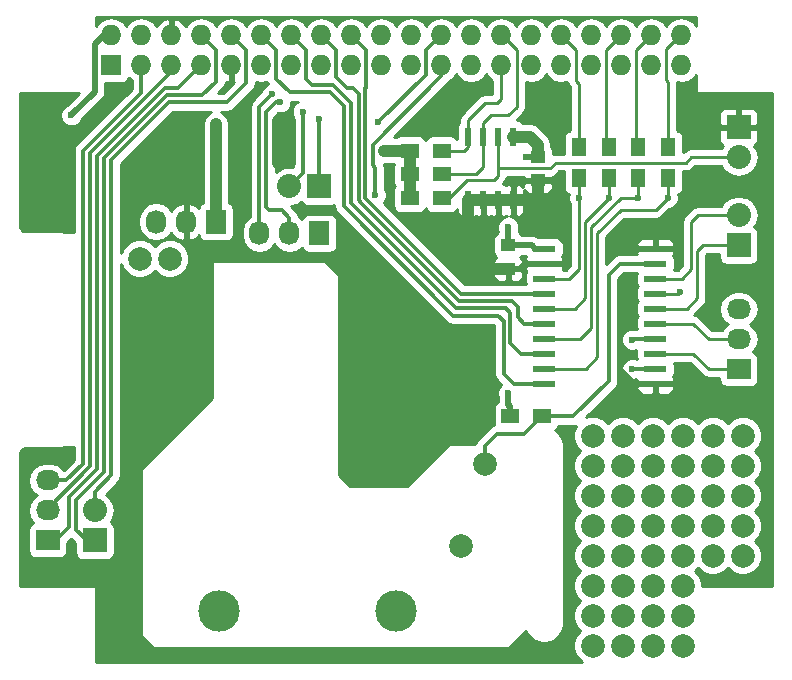
<source format=gbl>
G04 #@! TF.FileFunction,Copper,L2,Bot,Signal*
%FSLAX46Y46*%
G04 Gerber Fmt 4.6, Leading zero omitted, Abs format (unit mm)*
G04 Created by KiCad (PCBNEW 0.201509131501+6189~30~ubuntu14.04.1-product) date Sam 03 Okt 2015 13:55:26 CEST*
%MOMM*%
G01*
G04 APERTURE LIST*
%ADD10C,0.200000*%
%ADD11R,1.950000X0.600000*%
%ADD12C,1.998980*%
%ADD13R,1.250000X1.000000*%
%ADD14R,0.600000X1.550000*%
%ADD15R,2.032000X2.032000*%
%ADD16O,2.032000X2.032000*%
%ADD17R,1.500000X1.300000*%
%ADD18R,1.727200X1.727200*%
%ADD19O,1.727200X1.727200*%
%ADD20C,3.500120*%
%ADD21R,2.032000X1.727200*%
%ADD22O,2.032000X1.727200*%
%ADD23R,1.300000X1.500000*%
%ADD24R,1.727200X2.032000*%
%ADD25O,1.727200X2.032000*%
%ADD26C,0.600000*%
%ADD27C,1.000000*%
%ADD28C,0.350000*%
%ADD29C,0.500000*%
%ADD30C,0.250000*%
%ADD31C,0.254000*%
G04 APERTURE END LIST*
D10*
D11*
X92950000Y-55285000D03*
X92950000Y-56555000D03*
X92950000Y-57825000D03*
X92950000Y-59095000D03*
X92950000Y-60365000D03*
X92950000Y-61635000D03*
X92950000Y-62905000D03*
X92950000Y-64175000D03*
X92950000Y-65445000D03*
X92950000Y-66715000D03*
X83550000Y-66715000D03*
X83550000Y-65445000D03*
X83550000Y-64175000D03*
X83550000Y-62905000D03*
X83550000Y-61635000D03*
X83550000Y-60365000D03*
X83550000Y-59095000D03*
X83550000Y-57825000D03*
X83550000Y-56555000D03*
X83550000Y-55285000D03*
D12*
X100330000Y-81280000D03*
X100330000Y-73660000D03*
X100330000Y-81280000D03*
X100330000Y-81280000D03*
D13*
X83000000Y-47500000D03*
X83000000Y-49500000D03*
X80500000Y-55000000D03*
X80500000Y-57000000D03*
D14*
X80905000Y-51200000D03*
X79635000Y-51200000D03*
X78365000Y-51200000D03*
X77095000Y-51200000D03*
X77095000Y-45800000D03*
X78365000Y-45800000D03*
X79635000Y-45800000D03*
X80905000Y-45800000D03*
D15*
X100000000Y-45000000D03*
D16*
X100000000Y-47540000D03*
D17*
X83350000Y-69500000D03*
X80650000Y-69500000D03*
D18*
X46870000Y-39770000D03*
D19*
X46870000Y-37230000D03*
X49410000Y-39770000D03*
X49410000Y-37230000D03*
X51950000Y-39770000D03*
X51950000Y-37230000D03*
X54490000Y-39770000D03*
X54490000Y-37230000D03*
X57030000Y-39770000D03*
X57030000Y-37230000D03*
X59570000Y-39770000D03*
X59570000Y-37230000D03*
X62110000Y-39770000D03*
X62110000Y-37230000D03*
X64650000Y-39770000D03*
X64650000Y-37230000D03*
X67190000Y-39770000D03*
X67190000Y-37230000D03*
X69730000Y-39770000D03*
X69730000Y-37230000D03*
X72270000Y-39770000D03*
X72270000Y-37230000D03*
X74810000Y-39770000D03*
X74810000Y-37230000D03*
X77350000Y-39770000D03*
X77350000Y-37230000D03*
X79890000Y-39770000D03*
X79890000Y-37230000D03*
X82430000Y-39770000D03*
X82430000Y-37230000D03*
X84970000Y-39770000D03*
X84970000Y-37230000D03*
X87510000Y-39770000D03*
X87510000Y-37230000D03*
X90050000Y-39770000D03*
X90050000Y-37230000D03*
X92590000Y-39770000D03*
X92590000Y-37230000D03*
X95130000Y-39770000D03*
X95130000Y-37230000D03*
D20*
X56000000Y-86000000D03*
X71000000Y-86000000D03*
D12*
X76500000Y-80500000D03*
X78500000Y-73500000D03*
D21*
X100000000Y-65500000D03*
D22*
X100000000Y-62960000D03*
X100000000Y-60420000D03*
D15*
X100000000Y-55000000D03*
D16*
X100000000Y-52460000D03*
D17*
X72150000Y-51000000D03*
X74850000Y-51000000D03*
X72150000Y-47000000D03*
X74850000Y-47000000D03*
X72150000Y-49000000D03*
X74850000Y-49000000D03*
D23*
X86500000Y-46650000D03*
X86500000Y-49350000D03*
X89000000Y-46650000D03*
X89000000Y-49350000D03*
X91500000Y-46650000D03*
X91500000Y-49350000D03*
X94000000Y-46650000D03*
X94000000Y-49350000D03*
D21*
X41500000Y-80000000D03*
D22*
X41500000Y-77460000D03*
X41500000Y-74920000D03*
D24*
X64500000Y-54000000D03*
D25*
X61960000Y-54000000D03*
X59420000Y-54000000D03*
D15*
X45500000Y-80000000D03*
D16*
X45500000Y-77460000D03*
D15*
X64500000Y-50000000D03*
D16*
X61960000Y-50000000D03*
D12*
X100330000Y-71120000D03*
X100330000Y-76200000D03*
X100330000Y-78740000D03*
X100330000Y-81280000D03*
X97790000Y-71120000D03*
X97790000Y-73660000D03*
X97790000Y-76200000D03*
X97790000Y-78740000D03*
X97790000Y-81280000D03*
X95250000Y-71120000D03*
X95250000Y-73660000D03*
X95250000Y-76200000D03*
X95250000Y-78740000D03*
X95250000Y-81280000D03*
X92710000Y-71120000D03*
X92710000Y-73660000D03*
X90170000Y-71120000D03*
X90170000Y-73660000D03*
X87630000Y-71120000D03*
X87630000Y-73660000D03*
X87630000Y-76200000D03*
X92710000Y-76200000D03*
X90170000Y-76200000D03*
X87630000Y-78740000D03*
X90170000Y-78740000D03*
X92710000Y-78740000D03*
X92710000Y-81280000D03*
X90170000Y-81280000D03*
X87630000Y-81280000D03*
X87630000Y-83820000D03*
X90170000Y-83820000D03*
X92710000Y-83820000D03*
X95250000Y-83820000D03*
X95250000Y-86360000D03*
X92710000Y-86360000D03*
X90170000Y-86360000D03*
X87630000Y-86360000D03*
X87630000Y-88900000D03*
X90170000Y-88900000D03*
X92710000Y-88900000D03*
X95250000Y-88900000D03*
D24*
X55750000Y-53000000D03*
D25*
X53210000Y-53000000D03*
X50670000Y-53000000D03*
D12*
X51816000Y-56134000D03*
X49276000Y-56134000D03*
D26*
X42418000Y-53086000D03*
X40132000Y-49784000D03*
X40132000Y-52832000D03*
X40132000Y-43180000D03*
X45974000Y-43688000D03*
X78740000Y-41910000D03*
X77216000Y-42418000D03*
X83566000Y-42926000D03*
X43434000Y-49530000D03*
X77089000Y-52832000D03*
X61000000Y-48000000D03*
X61000000Y-44500000D03*
X62000000Y-44500000D03*
X62000000Y-48000000D03*
X85500000Y-56500000D03*
X90500000Y-55500000D03*
X90500000Y-57500000D03*
X85000000Y-49000000D03*
X43500000Y-44000000D03*
X55750000Y-44750000D03*
X82500000Y-46000000D03*
X80500000Y-67500000D03*
X80500000Y-53500000D03*
X82000000Y-47500000D03*
X70000000Y-47000000D03*
X91000000Y-65500000D03*
X91000000Y-63000000D03*
X95000000Y-59000000D03*
X86500000Y-51000000D03*
X89000000Y-51000000D03*
X91500000Y-51000000D03*
X94000000Y-51000000D03*
X60500000Y-42200000D03*
X61200000Y-42900000D03*
X69250000Y-50750000D03*
X69500000Y-44600000D03*
X64500000Y-44300000D03*
X63100000Y-43700000D03*
D27*
X77089000Y-52832000D02*
X77095000Y-52832000D01*
D28*
X51950000Y-37230000D02*
X52230000Y-37230000D01*
D27*
X61000000Y-48000000D02*
X61000000Y-44500000D01*
X62000000Y-48000000D02*
X62000000Y-44500000D01*
D28*
X85445000Y-56555000D02*
X83550000Y-56555000D01*
X85500000Y-56500000D02*
X85445000Y-56555000D01*
X92950000Y-66715000D02*
X91215000Y-66715000D01*
X90715000Y-55285000D02*
X92950000Y-55285000D01*
X90500000Y-55500000D02*
X90715000Y-55285000D01*
X90000000Y-58000000D02*
X90500000Y-57500000D01*
X90000000Y-65500000D02*
X90000000Y-58000000D01*
X91215000Y-66715000D02*
X90000000Y-65500000D01*
D29*
X80500000Y-57000000D02*
X81500000Y-57000000D01*
X81500000Y-57000000D02*
X81945000Y-56555000D01*
X81945000Y-56555000D02*
X83550000Y-56555000D01*
X83000000Y-49500000D02*
X84500000Y-49500000D01*
X84500000Y-49500000D02*
X85000000Y-49000000D01*
D27*
X80905000Y-51200000D02*
X82800000Y-51200000D01*
X83000000Y-51000000D02*
X83000000Y-49500000D01*
X82800000Y-51200000D02*
X83000000Y-51000000D01*
X79635000Y-51200000D02*
X80905000Y-51200000D01*
X78365000Y-51200000D02*
X79635000Y-51200000D01*
X77095000Y-51200000D02*
X78365000Y-51200000D01*
X77095000Y-51200000D02*
X77095000Y-52832000D01*
X77095000Y-52832000D02*
X77095000Y-55095000D01*
X78000000Y-56000000D02*
X79000000Y-57000000D01*
X77095000Y-55095000D02*
X78000000Y-56000000D01*
X79000000Y-57000000D02*
X80500000Y-57000000D01*
D29*
X46870000Y-37230000D02*
X46270000Y-37230000D01*
X46270000Y-37230000D02*
X45500000Y-38000000D01*
X45500000Y-38000000D02*
X45500000Y-42000000D01*
X45500000Y-42000000D02*
X43500000Y-44000000D01*
D27*
X55750000Y-53000000D02*
X55750000Y-44750000D01*
X72150000Y-49000000D02*
X72150000Y-51000000D01*
D29*
X80650000Y-68650000D02*
X80650000Y-69500000D01*
X80500000Y-68500000D02*
X80650000Y-68650000D01*
X80500000Y-67500000D02*
X80500000Y-68500000D01*
X80500000Y-53500000D02*
X80500000Y-55000000D01*
X80500000Y-55000000D02*
X82500000Y-55000000D01*
X82500000Y-55000000D02*
X82785000Y-55285000D01*
X82785000Y-55285000D02*
X83550000Y-55285000D01*
X82000000Y-47500000D02*
X83000000Y-47500000D01*
D27*
X72150000Y-47000000D02*
X72150000Y-49000000D01*
X83000000Y-47500000D02*
X83000000Y-46500000D01*
X83000000Y-46500000D02*
X82500000Y-46000000D01*
X82500000Y-46000000D02*
X82300000Y-45800000D01*
X82300000Y-45800000D02*
X80905000Y-45800000D01*
X70000000Y-47000000D02*
X72150000Y-47000000D01*
D30*
X77095000Y-45800000D02*
X77095000Y-44405000D01*
X79890000Y-42610000D02*
X79890000Y-39770000D01*
X79500000Y-43000000D02*
X79890000Y-42610000D01*
X78500000Y-43000000D02*
X79500000Y-43000000D01*
X77095000Y-44405000D02*
X78500000Y-43000000D01*
X74850000Y-47000000D02*
X76750000Y-47000000D01*
X77095000Y-46655000D02*
X77095000Y-45800000D01*
X76750000Y-47000000D02*
X77095000Y-46655000D01*
X79890000Y-37230000D02*
X79980000Y-37230000D01*
X79980000Y-37230000D02*
X81200000Y-38450000D01*
X81200000Y-38450000D02*
X81200000Y-43300000D01*
X81200000Y-43300000D02*
X80500000Y-44000000D01*
X80500000Y-44000000D02*
X79000000Y-44000000D01*
X79000000Y-44000000D02*
X78365000Y-44635000D01*
X78365000Y-44635000D02*
X78365000Y-45800000D01*
X74850000Y-49000000D02*
X77750000Y-49000000D01*
X78365000Y-48385000D02*
X78365000Y-45800000D01*
X77750000Y-49000000D02*
X78365000Y-48385000D01*
X100000000Y-47540000D02*
X95960000Y-47540000D01*
X84000000Y-48500000D02*
X79635000Y-48500000D01*
X84500000Y-48000000D02*
X84000000Y-48500000D01*
X95500000Y-48000000D02*
X84500000Y-48000000D01*
X95960000Y-47540000D02*
X95500000Y-48000000D01*
X74850000Y-51000000D02*
X75500000Y-51000000D01*
X75500000Y-51000000D02*
X77000000Y-49500000D01*
X77000000Y-49500000D02*
X79250000Y-49500000D01*
X79250000Y-49500000D02*
X79635000Y-49115000D01*
X79635000Y-49115000D02*
X79635000Y-48500000D01*
X79635000Y-48500000D02*
X79635000Y-45800000D01*
D28*
X78500000Y-73500000D02*
X78500000Y-72000000D01*
X81850000Y-71000000D02*
X83350000Y-69500000D01*
X79500000Y-71000000D02*
X81850000Y-71000000D01*
X78500000Y-72000000D02*
X79500000Y-71000000D01*
X78500000Y-73500000D02*
X79350000Y-73500000D01*
X83350000Y-69500000D02*
X86000000Y-69500000D01*
X86000000Y-69500000D02*
X89000000Y-66500000D01*
X89000000Y-66500000D02*
X89000000Y-57500000D01*
X89000000Y-57500000D02*
X89945000Y-56555000D01*
X89945000Y-56555000D02*
X92950000Y-56555000D01*
X91055000Y-65445000D02*
X92950000Y-65445000D01*
X91000000Y-65500000D02*
X91055000Y-65445000D01*
X83550000Y-66715000D02*
X80939000Y-66715000D01*
X60833000Y-38493000D02*
X59570000Y-37230000D01*
X60833000Y-40894000D02*
X60833000Y-38493000D01*
X61976000Y-42037000D02*
X60833000Y-40894000D01*
X65405000Y-42037000D02*
X61976000Y-42037000D01*
X66548000Y-43180000D02*
X65405000Y-42037000D01*
X66548000Y-51689000D02*
X66548000Y-43180000D01*
X75819000Y-60960000D02*
X66548000Y-51689000D01*
X79629000Y-60960000D02*
X75819000Y-60960000D01*
X80094998Y-61425998D02*
X79629000Y-60960000D01*
X80094998Y-65870998D02*
X80094998Y-61425998D01*
X80939000Y-66715000D02*
X80094998Y-65870998D01*
X83550000Y-64175000D02*
X81574000Y-64175000D01*
X63373000Y-38493000D02*
X62110000Y-37230000D01*
X63373000Y-40894000D02*
X63373000Y-38493000D01*
X63881000Y-41402000D02*
X63373000Y-40894000D01*
X65659000Y-41402000D02*
X63881000Y-41402000D01*
X67183000Y-42926000D02*
X65659000Y-41402000D01*
X67183000Y-51435000D02*
X67183000Y-42926000D01*
X76073000Y-60325000D02*
X67183000Y-51435000D01*
X80264000Y-60325000D02*
X76073000Y-60325000D01*
X80645000Y-60706000D02*
X80264000Y-60325000D01*
X80645000Y-63246000D02*
X80645000Y-60706000D01*
X81574000Y-64175000D02*
X80645000Y-63246000D01*
D30*
X84970000Y-37230000D02*
X84982000Y-37230000D01*
X84982000Y-37230000D02*
X86233000Y-38481000D01*
X86233000Y-38481000D02*
X86233000Y-41084500D01*
X86233000Y-41084500D02*
X86500000Y-41351500D01*
X86500000Y-41351500D02*
X86500000Y-46650000D01*
D28*
X91095000Y-62905000D02*
X92950000Y-62905000D01*
X91000000Y-63000000D02*
X91095000Y-62905000D01*
X67310000Y-41656000D02*
X66802000Y-41656000D01*
X68061000Y-51439820D02*
X67818000Y-51196820D01*
X67818000Y-51196820D02*
X67818000Y-42164000D01*
X67818000Y-42164000D02*
X67310000Y-41656000D01*
X68061000Y-51446000D02*
X68061000Y-51439820D01*
X65913000Y-38493000D02*
X64650000Y-37230000D01*
X65913000Y-40767000D02*
X65913000Y-38493000D01*
X66802000Y-41656000D02*
X65913000Y-40767000D01*
X83550000Y-61635000D02*
X81828000Y-61635000D01*
X76305000Y-59690000D02*
X68061000Y-51446000D01*
X68061000Y-51446000D02*
X68050000Y-51435000D01*
X80772000Y-59690000D02*
X76305000Y-59690000D01*
X81280000Y-60198000D02*
X80772000Y-59690000D01*
X81280000Y-61087000D02*
X81280000Y-60198000D01*
X81828000Y-61635000D02*
X81280000Y-61087000D01*
D30*
X64650000Y-37230000D02*
X64730000Y-37230000D01*
D28*
X83550000Y-59095000D02*
X76494000Y-59095000D01*
X68453000Y-38493000D02*
X67190000Y-37230000D01*
X68453000Y-41656000D02*
X68453000Y-38493000D01*
X68389500Y-41719500D02*
X68453000Y-41656000D01*
X68389500Y-50990500D02*
X68389500Y-41719500D01*
X76494000Y-59095000D02*
X68389500Y-50990500D01*
D30*
X90050000Y-37230000D02*
X90024000Y-37230000D01*
X90024000Y-37230000D02*
X88773000Y-38481000D01*
X88773000Y-38481000D02*
X88773000Y-46423000D01*
X88773000Y-46423000D02*
X89000000Y-46650000D01*
X92590000Y-37230000D02*
X92564000Y-37230000D01*
X92564000Y-37230000D02*
X91313000Y-38481000D01*
X91313000Y-38481000D02*
X91313000Y-46463000D01*
X91313000Y-46463000D02*
X91500000Y-46650000D01*
X95130000Y-37230000D02*
X95020000Y-37230000D01*
X95020000Y-37230000D02*
X93853000Y-38397000D01*
X93853000Y-38397000D02*
X93853000Y-41046400D01*
X93853000Y-41046400D02*
X94000000Y-41193400D01*
X94000000Y-41193400D02*
X94000000Y-46650000D01*
X92950000Y-64175000D02*
X96175000Y-64175000D01*
X97500000Y-65500000D02*
X100000000Y-65500000D01*
X96175000Y-64175000D02*
X97500000Y-65500000D01*
X92950000Y-61635000D02*
X96135000Y-61635000D01*
X97460000Y-62960000D02*
X100000000Y-62960000D01*
X96135000Y-61635000D02*
X97460000Y-62960000D01*
X92950000Y-59095000D02*
X94905000Y-59095000D01*
X94905000Y-59095000D02*
X95000000Y-59000000D01*
X92950000Y-60365000D02*
X95635000Y-60365000D01*
X97000000Y-55000000D02*
X100000000Y-55000000D01*
X96500000Y-55500000D02*
X97000000Y-55000000D01*
X96500000Y-59500000D02*
X96500000Y-55500000D01*
X95635000Y-60365000D02*
X96500000Y-59500000D01*
X92950000Y-57825000D02*
X95175000Y-57825000D01*
X96540000Y-52460000D02*
X100000000Y-52460000D01*
X96000000Y-53000000D02*
X96540000Y-52460000D01*
X96000000Y-57000000D02*
X96000000Y-53000000D01*
X95175000Y-57825000D02*
X96000000Y-57000000D01*
X83550000Y-57825000D02*
X85675000Y-57825000D01*
X86500000Y-57000000D02*
X86500000Y-51000000D01*
X85675000Y-57825000D02*
X86500000Y-57000000D01*
X86500000Y-49350000D02*
X86500000Y-50750000D01*
X86500000Y-50750000D02*
X86500000Y-51000000D01*
X83550000Y-60365000D02*
X86135000Y-60365000D01*
X87000000Y-53000000D02*
X89000000Y-51000000D01*
X87000000Y-59500000D02*
X87000000Y-53000000D01*
X86135000Y-60365000D02*
X87000000Y-59500000D01*
X89000000Y-51000000D02*
X89000000Y-49350000D01*
X83550000Y-62905000D02*
X86595000Y-62905000D01*
X90000000Y-51000000D02*
X91500000Y-51000000D01*
X87500000Y-53500000D02*
X90000000Y-51000000D01*
X87500000Y-62000000D02*
X87500000Y-53500000D01*
X86595000Y-62905000D02*
X87500000Y-62000000D01*
X91500000Y-49350000D02*
X91500000Y-51000000D01*
X83550000Y-65445000D02*
X87055000Y-65445000D01*
X93000000Y-52000000D02*
X94000000Y-51000000D01*
X90000000Y-52000000D02*
X93000000Y-52000000D01*
X88000000Y-54000000D02*
X90000000Y-52000000D01*
X88000000Y-64500000D02*
X88000000Y-54000000D01*
X87055000Y-65445000D02*
X88000000Y-64500000D01*
X94000000Y-51000000D02*
X94000000Y-49350000D01*
D28*
X41500000Y-74920000D02*
X43080000Y-74920000D01*
X49410000Y-42090000D02*
X49410000Y-39770000D01*
X44500000Y-47000000D02*
X49410000Y-42090000D01*
X44500000Y-73500000D02*
X44500000Y-47000000D01*
X43080000Y-74920000D02*
X44500000Y-73500000D01*
X41500000Y-77460000D02*
X41500000Y-77300000D01*
X41500000Y-77300000D02*
X45088910Y-73711090D01*
X45088910Y-47188910D02*
X51950000Y-40327820D01*
X45088910Y-73711090D02*
X45088910Y-47188910D01*
X51950000Y-40327820D02*
X51950000Y-39770000D01*
X41500000Y-77460000D02*
X41540000Y-77460000D01*
X41500000Y-80000000D02*
X42200000Y-80000000D01*
X42200000Y-80000000D02*
X43300000Y-78900000D01*
X43300000Y-78900000D02*
X43300000Y-76300000D01*
X43300000Y-76300000D02*
X45677820Y-73922180D01*
X45677820Y-73922180D02*
X45677820Y-47422180D01*
X45677820Y-47422180D02*
X51400000Y-41700000D01*
X51400000Y-41700000D02*
X52560000Y-41700000D01*
X52560000Y-41700000D02*
X54490000Y-39770000D01*
X45500000Y-80000000D02*
X44800000Y-80000000D01*
X44800000Y-80000000D02*
X43900000Y-79100000D01*
X43900000Y-79100000D02*
X43900000Y-76600000D01*
X43900000Y-76600000D02*
X46300000Y-74200000D01*
X46300000Y-74200000D02*
X46300000Y-47600000D01*
X46300000Y-47600000D02*
X51600000Y-42300000D01*
X51600000Y-42300000D02*
X54600000Y-42300000D01*
X54600000Y-42300000D02*
X55750000Y-41150000D01*
X55750000Y-41150000D02*
X55750000Y-38490000D01*
X55750000Y-38490000D02*
X54490000Y-37230000D01*
X45500000Y-77460000D02*
X45500000Y-75900000D01*
X58300000Y-38500000D02*
X57030000Y-37230000D01*
X58300000Y-41300000D02*
X58300000Y-38500000D01*
X56700000Y-42900000D02*
X58300000Y-41300000D01*
X51800000Y-42900000D02*
X56700000Y-42900000D01*
X46900000Y-47800000D02*
X51800000Y-42900000D01*
X46900000Y-74500000D02*
X46900000Y-47800000D01*
X45500000Y-75900000D02*
X46900000Y-74500000D01*
X59420000Y-54000000D02*
X59420000Y-43280000D01*
X59420000Y-43280000D02*
X60500000Y-42200000D01*
X61960000Y-54000000D02*
X61960000Y-52660000D01*
X60800000Y-42900000D02*
X61200000Y-42900000D01*
X60000000Y-43700000D02*
X60800000Y-42900000D01*
X60000000Y-51729998D02*
X60000000Y-43700000D01*
X60270002Y-52000000D02*
X60000000Y-51729998D01*
X61300000Y-52000000D02*
X60270002Y-52000000D01*
X61960000Y-52660000D02*
X61300000Y-52000000D01*
X74810000Y-40690000D02*
X74810000Y-39770000D01*
X69000002Y-46499998D02*
X74810000Y-40690000D01*
X69000002Y-48250002D02*
X69000002Y-46499998D01*
X69250000Y-48500000D02*
X69000002Y-48250002D01*
X69250000Y-50750000D02*
X69250000Y-48500000D01*
X64500000Y-50000000D02*
X64500000Y-44300000D01*
X73550000Y-38490000D02*
X74810000Y-37230000D01*
X73550000Y-40550000D02*
X73550000Y-38490000D01*
X69500000Y-44600000D02*
X73550000Y-40550000D01*
X61960000Y-50000000D02*
X62000000Y-50000000D01*
X62000000Y-50000000D02*
X63100000Y-48900000D01*
X63100000Y-48900000D02*
X63100000Y-43700000D01*
D31*
G36*
X60084658Y-41203974D02*
X60166327Y-41326199D01*
X59971057Y-41406883D01*
X59707808Y-41669673D01*
X59582116Y-41972371D01*
X58847244Y-42707244D01*
X58671658Y-42970026D01*
X58610000Y-43280000D01*
X58610000Y-52588761D01*
X58360330Y-52755585D01*
X58035474Y-53241766D01*
X57921400Y-53815255D01*
X57921400Y-54184745D01*
X58035474Y-54758234D01*
X58360330Y-55244415D01*
X58846511Y-55569271D01*
X59420000Y-55683345D01*
X59993489Y-55569271D01*
X60479670Y-55244415D01*
X60690000Y-54929634D01*
X60900330Y-55244415D01*
X61386511Y-55569271D01*
X61960000Y-55683345D01*
X62533489Y-55569271D01*
X63019670Y-55244415D01*
X63029243Y-55230087D01*
X63033238Y-55251317D01*
X63172310Y-55467441D01*
X63384510Y-55612431D01*
X63636400Y-55663440D01*
X65363600Y-55663440D01*
X65598917Y-55619162D01*
X65815041Y-55480090D01*
X65960031Y-55267890D01*
X66011040Y-55016000D01*
X66011040Y-52984000D01*
X65966762Y-52748683D01*
X65827690Y-52532559D01*
X65615490Y-52387569D01*
X65363600Y-52336560D01*
X63636400Y-52336560D01*
X63401083Y-52380838D01*
X63184959Y-52519910D01*
X63039969Y-52732110D01*
X63031600Y-52773439D01*
X63019670Y-52755585D01*
X62753657Y-52577841D01*
X62708342Y-52350026D01*
X62596967Y-52183342D01*
X62532757Y-52087244D01*
X62100842Y-51655330D01*
X62591810Y-51557670D01*
X62931792Y-51330501D01*
X63019910Y-51467441D01*
X63232110Y-51612431D01*
X63484000Y-51663440D01*
X65516000Y-51663440D01*
X65738000Y-51621668D01*
X65738000Y-51689000D01*
X65799658Y-51998974D01*
X65890548Y-52135000D01*
X65975244Y-52261756D01*
X75246244Y-61532757D01*
X75399262Y-61635000D01*
X75509026Y-61708342D01*
X75819000Y-61770000D01*
X79284998Y-61770000D01*
X79284998Y-65870998D01*
X79346656Y-66180972D01*
X79516501Y-66435162D01*
X79522242Y-66443754D01*
X79878133Y-66799645D01*
X79707808Y-66969673D01*
X79565162Y-67313201D01*
X79564838Y-67685167D01*
X79615000Y-67806569D01*
X79615000Y-68278808D01*
X79448559Y-68385910D01*
X79303569Y-68598110D01*
X79252560Y-68850000D01*
X79252560Y-70150000D01*
X79268742Y-70236000D01*
X79190027Y-70251657D01*
X78927244Y-70427243D01*
X77927244Y-71427244D01*
X77751658Y-71690026D01*
X77715262Y-71873000D01*
X75500000Y-71873000D01*
X75452211Y-71882334D01*
X75410197Y-71910197D01*
X71947394Y-75373000D01*
X67052606Y-75373000D01*
X66127000Y-74447394D01*
X66127000Y-57500000D01*
X66117666Y-57452211D01*
X66089803Y-57410197D01*
X65089803Y-56410197D01*
X65049410Y-56383006D01*
X65000000Y-56373000D01*
X55500000Y-56373000D01*
X55453841Y-56381685D01*
X55411447Y-56408965D01*
X55383006Y-56450590D01*
X55373000Y-56500000D01*
X55373000Y-67947394D01*
X49410197Y-73910197D01*
X49383006Y-73950590D01*
X49373000Y-74000000D01*
X49373000Y-88000000D01*
X49382334Y-88047789D01*
X49410197Y-88089803D01*
X50410197Y-89089803D01*
X50450590Y-89116994D01*
X50500000Y-89127000D01*
X80500000Y-89127000D01*
X80547789Y-89117666D01*
X80589803Y-89089803D01*
X81980143Y-87699463D01*
X82006563Y-87763248D01*
X82223336Y-88087672D01*
X82412328Y-88276664D01*
X82736751Y-88493437D01*
X82839032Y-88535803D01*
X82983681Y-88595718D01*
X83366364Y-88671838D01*
X83633636Y-88671838D01*
X84016319Y-88595718D01*
X84263248Y-88493437D01*
X84263249Y-88493436D01*
X84587672Y-88276664D01*
X84776664Y-88087672D01*
X84993437Y-87763249D01*
X85035803Y-87660968D01*
X85095718Y-87516319D01*
X85171838Y-87133636D01*
X85171838Y-87066170D01*
X85185000Y-87000000D01*
X85185000Y-72000000D01*
X85171838Y-71933830D01*
X85171838Y-71866364D01*
X85095718Y-71483681D01*
X85025848Y-71315000D01*
X84993437Y-71236751D01*
X84776664Y-70912328D01*
X84587672Y-70723336D01*
X84486609Y-70655808D01*
X84551441Y-70614090D01*
X84696431Y-70401890D01*
X84715039Y-70310000D01*
X86000000Y-70310000D01*
X86214236Y-70267386D01*
X85995794Y-70793453D01*
X85995226Y-71443694D01*
X86243538Y-72044655D01*
X86588480Y-72390199D01*
X86245154Y-72732927D01*
X85995794Y-73333453D01*
X85995226Y-73983694D01*
X86243538Y-74584655D01*
X86588480Y-74930199D01*
X86245154Y-75272927D01*
X85995794Y-75873453D01*
X85995226Y-76523694D01*
X86243538Y-77124655D01*
X86588480Y-77470199D01*
X86245154Y-77812927D01*
X85995794Y-78413453D01*
X85995226Y-79063694D01*
X86243538Y-79664655D01*
X86588480Y-80010199D01*
X86245154Y-80352927D01*
X85995794Y-80953453D01*
X85995226Y-81603694D01*
X86243538Y-82204655D01*
X86588480Y-82550199D01*
X86245154Y-82892927D01*
X85995794Y-83493453D01*
X85995226Y-84143694D01*
X86243538Y-84744655D01*
X86588480Y-85090199D01*
X86245154Y-85432927D01*
X85995794Y-86033453D01*
X85995226Y-86683694D01*
X86243538Y-87284655D01*
X86588480Y-87630199D01*
X86245154Y-87972927D01*
X85995794Y-88573453D01*
X85995226Y-89223694D01*
X86243538Y-89824655D01*
X86702927Y-90284846D01*
X86775546Y-90315000D01*
X45627000Y-90315000D01*
X45627000Y-84000000D01*
X45616994Y-83950590D01*
X45588553Y-83908965D01*
X45546159Y-83881685D01*
X45500000Y-83873000D01*
X39185000Y-83873000D01*
X39185000Y-72567466D01*
X39221376Y-72384591D01*
X39286751Y-72286750D01*
X39384590Y-72221376D01*
X39567466Y-72185000D01*
X42500000Y-72185000D01*
X42566170Y-72171838D01*
X42633636Y-72171838D01*
X42859053Y-72127000D01*
X43690000Y-72127000D01*
X43690000Y-73164487D01*
X42844448Y-74010040D01*
X42744415Y-73860330D01*
X42258234Y-73535474D01*
X41684745Y-73421400D01*
X41315255Y-73421400D01*
X40741766Y-73535474D01*
X40255585Y-73860330D01*
X39930729Y-74346511D01*
X39816655Y-74920000D01*
X39930729Y-75493489D01*
X40255585Y-75979670D01*
X40570366Y-76190000D01*
X40255585Y-76400330D01*
X39930729Y-76886511D01*
X39816655Y-77460000D01*
X39930729Y-78033489D01*
X40255585Y-78519670D01*
X40269913Y-78529243D01*
X40248683Y-78533238D01*
X40032559Y-78672310D01*
X39887569Y-78884510D01*
X39836560Y-79136400D01*
X39836560Y-80863600D01*
X39880838Y-81098917D01*
X40019910Y-81315041D01*
X40232110Y-81460031D01*
X40484000Y-81511040D01*
X42516000Y-81511040D01*
X42751317Y-81466762D01*
X42967441Y-81327690D01*
X43112431Y-81115490D01*
X43163440Y-80863600D01*
X43163440Y-80182072D01*
X43500000Y-79845512D01*
X43836560Y-80182073D01*
X43836560Y-81016000D01*
X43880838Y-81251317D01*
X44019910Y-81467441D01*
X44232110Y-81612431D01*
X44484000Y-81663440D01*
X46516000Y-81663440D01*
X46751317Y-81619162D01*
X46967441Y-81480090D01*
X47112431Y-81267890D01*
X47163440Y-81016000D01*
X47163440Y-78984000D01*
X47119162Y-78748683D01*
X46980090Y-78532559D01*
X46831163Y-78430802D01*
X47057670Y-78091810D01*
X47183345Y-77460000D01*
X47057670Y-76828190D01*
X46699778Y-76292567D01*
X46431921Y-76113591D01*
X47472757Y-75072756D01*
X47598314Y-74884846D01*
X47648342Y-74809974D01*
X47710000Y-74500000D01*
X47710000Y-56624140D01*
X47889538Y-57058655D01*
X48348927Y-57518846D01*
X48949453Y-57768206D01*
X49599694Y-57768774D01*
X50200655Y-57520462D01*
X50546199Y-57175520D01*
X50888927Y-57518846D01*
X51489453Y-57768206D01*
X52139694Y-57768774D01*
X52740655Y-57520462D01*
X53200846Y-57061073D01*
X53450206Y-56460547D01*
X53450774Y-55810306D01*
X53202462Y-55209345D01*
X52743073Y-54749154D01*
X52142547Y-54499794D01*
X51492306Y-54499226D01*
X50891345Y-54747538D01*
X50545801Y-55092480D01*
X50203073Y-54749154D01*
X49602547Y-54499794D01*
X48952306Y-54499226D01*
X48351345Y-54747538D01*
X47891154Y-55206927D01*
X47710000Y-55643195D01*
X47710000Y-52815255D01*
X49171400Y-52815255D01*
X49171400Y-53184745D01*
X49285474Y-53758234D01*
X49610330Y-54244415D01*
X50096511Y-54569271D01*
X50670000Y-54683345D01*
X51243489Y-54569271D01*
X51729670Y-54244415D01*
X51936461Y-53934931D01*
X52307964Y-54350732D01*
X52835209Y-54604709D01*
X52850974Y-54607358D01*
X53083000Y-54486217D01*
X53083000Y-53127000D01*
X53063000Y-53127000D01*
X53063000Y-52873000D01*
X53083000Y-52873000D01*
X53083000Y-51513783D01*
X52850974Y-51392642D01*
X52835209Y-51395291D01*
X52307964Y-51649268D01*
X51936461Y-52065069D01*
X51729670Y-51755585D01*
X51243489Y-51430729D01*
X50670000Y-51316655D01*
X50096511Y-51430729D01*
X49610330Y-51755585D01*
X49285474Y-52241766D01*
X49171400Y-52815255D01*
X47710000Y-52815255D01*
X47710000Y-48135512D01*
X52135513Y-43710000D01*
X55302779Y-43710000D01*
X54947434Y-43947434D01*
X54701397Y-44315654D01*
X54615000Y-44750000D01*
X54615000Y-51404057D01*
X54434959Y-51519910D01*
X54289969Y-51732110D01*
X54270768Y-51826927D01*
X54112036Y-51649268D01*
X53584791Y-51395291D01*
X53569026Y-51392642D01*
X53337000Y-51513783D01*
X53337000Y-52873000D01*
X53357000Y-52873000D01*
X53357000Y-53127000D01*
X53337000Y-53127000D01*
X53337000Y-54486217D01*
X53569026Y-54607358D01*
X53584791Y-54604709D01*
X54112036Y-54350732D01*
X54268907Y-54175155D01*
X54283238Y-54251317D01*
X54422310Y-54467441D01*
X54634510Y-54612431D01*
X54886400Y-54663440D01*
X56613600Y-54663440D01*
X56848917Y-54619162D01*
X57065041Y-54480090D01*
X57210031Y-54267890D01*
X57261040Y-54016000D01*
X57261040Y-51984000D01*
X57216762Y-51748683D01*
X57077690Y-51532559D01*
X56885000Y-51400900D01*
X56885000Y-44750000D01*
X56798603Y-44315654D01*
X56552566Y-43947434D01*
X56197221Y-43710000D01*
X56700000Y-43710000D01*
X57009974Y-43648342D01*
X57272756Y-43472756D01*
X58872757Y-41872756D01*
X59048343Y-41609973D01*
X59110000Y-41300000D01*
X59110000Y-41206459D01*
X59570000Y-41297959D01*
X60083053Y-41195906D01*
X60084658Y-41203974D01*
X60084658Y-41203974D01*
G37*
X60084658Y-41203974D02*
X60166327Y-41326199D01*
X59971057Y-41406883D01*
X59707808Y-41669673D01*
X59582116Y-41972371D01*
X58847244Y-42707244D01*
X58671658Y-42970026D01*
X58610000Y-43280000D01*
X58610000Y-52588761D01*
X58360330Y-52755585D01*
X58035474Y-53241766D01*
X57921400Y-53815255D01*
X57921400Y-54184745D01*
X58035474Y-54758234D01*
X58360330Y-55244415D01*
X58846511Y-55569271D01*
X59420000Y-55683345D01*
X59993489Y-55569271D01*
X60479670Y-55244415D01*
X60690000Y-54929634D01*
X60900330Y-55244415D01*
X61386511Y-55569271D01*
X61960000Y-55683345D01*
X62533489Y-55569271D01*
X63019670Y-55244415D01*
X63029243Y-55230087D01*
X63033238Y-55251317D01*
X63172310Y-55467441D01*
X63384510Y-55612431D01*
X63636400Y-55663440D01*
X65363600Y-55663440D01*
X65598917Y-55619162D01*
X65815041Y-55480090D01*
X65960031Y-55267890D01*
X66011040Y-55016000D01*
X66011040Y-52984000D01*
X65966762Y-52748683D01*
X65827690Y-52532559D01*
X65615490Y-52387569D01*
X65363600Y-52336560D01*
X63636400Y-52336560D01*
X63401083Y-52380838D01*
X63184959Y-52519910D01*
X63039969Y-52732110D01*
X63031600Y-52773439D01*
X63019670Y-52755585D01*
X62753657Y-52577841D01*
X62708342Y-52350026D01*
X62596967Y-52183342D01*
X62532757Y-52087244D01*
X62100842Y-51655330D01*
X62591810Y-51557670D01*
X62931792Y-51330501D01*
X63019910Y-51467441D01*
X63232110Y-51612431D01*
X63484000Y-51663440D01*
X65516000Y-51663440D01*
X65738000Y-51621668D01*
X65738000Y-51689000D01*
X65799658Y-51998974D01*
X65890548Y-52135000D01*
X65975244Y-52261756D01*
X75246244Y-61532757D01*
X75399262Y-61635000D01*
X75509026Y-61708342D01*
X75819000Y-61770000D01*
X79284998Y-61770000D01*
X79284998Y-65870998D01*
X79346656Y-66180972D01*
X79516501Y-66435162D01*
X79522242Y-66443754D01*
X79878133Y-66799645D01*
X79707808Y-66969673D01*
X79565162Y-67313201D01*
X79564838Y-67685167D01*
X79615000Y-67806569D01*
X79615000Y-68278808D01*
X79448559Y-68385910D01*
X79303569Y-68598110D01*
X79252560Y-68850000D01*
X79252560Y-70150000D01*
X79268742Y-70236000D01*
X79190027Y-70251657D01*
X78927244Y-70427243D01*
X77927244Y-71427244D01*
X77751658Y-71690026D01*
X77715262Y-71873000D01*
X75500000Y-71873000D01*
X75452211Y-71882334D01*
X75410197Y-71910197D01*
X71947394Y-75373000D01*
X67052606Y-75373000D01*
X66127000Y-74447394D01*
X66127000Y-57500000D01*
X66117666Y-57452211D01*
X66089803Y-57410197D01*
X65089803Y-56410197D01*
X65049410Y-56383006D01*
X65000000Y-56373000D01*
X55500000Y-56373000D01*
X55453841Y-56381685D01*
X55411447Y-56408965D01*
X55383006Y-56450590D01*
X55373000Y-56500000D01*
X55373000Y-67947394D01*
X49410197Y-73910197D01*
X49383006Y-73950590D01*
X49373000Y-74000000D01*
X49373000Y-88000000D01*
X49382334Y-88047789D01*
X49410197Y-88089803D01*
X50410197Y-89089803D01*
X50450590Y-89116994D01*
X50500000Y-89127000D01*
X80500000Y-89127000D01*
X80547789Y-89117666D01*
X80589803Y-89089803D01*
X81980143Y-87699463D01*
X82006563Y-87763248D01*
X82223336Y-88087672D01*
X82412328Y-88276664D01*
X82736751Y-88493437D01*
X82839032Y-88535803D01*
X82983681Y-88595718D01*
X83366364Y-88671838D01*
X83633636Y-88671838D01*
X84016319Y-88595718D01*
X84263248Y-88493437D01*
X84263249Y-88493436D01*
X84587672Y-88276664D01*
X84776664Y-88087672D01*
X84993437Y-87763249D01*
X85035803Y-87660968D01*
X85095718Y-87516319D01*
X85171838Y-87133636D01*
X85171838Y-87066170D01*
X85185000Y-87000000D01*
X85185000Y-72000000D01*
X85171838Y-71933830D01*
X85171838Y-71866364D01*
X85095718Y-71483681D01*
X85025848Y-71315000D01*
X84993437Y-71236751D01*
X84776664Y-70912328D01*
X84587672Y-70723336D01*
X84486609Y-70655808D01*
X84551441Y-70614090D01*
X84696431Y-70401890D01*
X84715039Y-70310000D01*
X86000000Y-70310000D01*
X86214236Y-70267386D01*
X85995794Y-70793453D01*
X85995226Y-71443694D01*
X86243538Y-72044655D01*
X86588480Y-72390199D01*
X86245154Y-72732927D01*
X85995794Y-73333453D01*
X85995226Y-73983694D01*
X86243538Y-74584655D01*
X86588480Y-74930199D01*
X86245154Y-75272927D01*
X85995794Y-75873453D01*
X85995226Y-76523694D01*
X86243538Y-77124655D01*
X86588480Y-77470199D01*
X86245154Y-77812927D01*
X85995794Y-78413453D01*
X85995226Y-79063694D01*
X86243538Y-79664655D01*
X86588480Y-80010199D01*
X86245154Y-80352927D01*
X85995794Y-80953453D01*
X85995226Y-81603694D01*
X86243538Y-82204655D01*
X86588480Y-82550199D01*
X86245154Y-82892927D01*
X85995794Y-83493453D01*
X85995226Y-84143694D01*
X86243538Y-84744655D01*
X86588480Y-85090199D01*
X86245154Y-85432927D01*
X85995794Y-86033453D01*
X85995226Y-86683694D01*
X86243538Y-87284655D01*
X86588480Y-87630199D01*
X86245154Y-87972927D01*
X85995794Y-88573453D01*
X85995226Y-89223694D01*
X86243538Y-89824655D01*
X86702927Y-90284846D01*
X86775546Y-90315000D01*
X45627000Y-90315000D01*
X45627000Y-84000000D01*
X45616994Y-83950590D01*
X45588553Y-83908965D01*
X45546159Y-83881685D01*
X45500000Y-83873000D01*
X39185000Y-83873000D01*
X39185000Y-72567466D01*
X39221376Y-72384591D01*
X39286751Y-72286750D01*
X39384590Y-72221376D01*
X39567466Y-72185000D01*
X42500000Y-72185000D01*
X42566170Y-72171838D01*
X42633636Y-72171838D01*
X42859053Y-72127000D01*
X43690000Y-72127000D01*
X43690000Y-73164487D01*
X42844448Y-74010040D01*
X42744415Y-73860330D01*
X42258234Y-73535474D01*
X41684745Y-73421400D01*
X41315255Y-73421400D01*
X40741766Y-73535474D01*
X40255585Y-73860330D01*
X39930729Y-74346511D01*
X39816655Y-74920000D01*
X39930729Y-75493489D01*
X40255585Y-75979670D01*
X40570366Y-76190000D01*
X40255585Y-76400330D01*
X39930729Y-76886511D01*
X39816655Y-77460000D01*
X39930729Y-78033489D01*
X40255585Y-78519670D01*
X40269913Y-78529243D01*
X40248683Y-78533238D01*
X40032559Y-78672310D01*
X39887569Y-78884510D01*
X39836560Y-79136400D01*
X39836560Y-80863600D01*
X39880838Y-81098917D01*
X40019910Y-81315041D01*
X40232110Y-81460031D01*
X40484000Y-81511040D01*
X42516000Y-81511040D01*
X42751317Y-81466762D01*
X42967441Y-81327690D01*
X43112431Y-81115490D01*
X43163440Y-80863600D01*
X43163440Y-80182072D01*
X43500000Y-79845512D01*
X43836560Y-80182073D01*
X43836560Y-81016000D01*
X43880838Y-81251317D01*
X44019910Y-81467441D01*
X44232110Y-81612431D01*
X44484000Y-81663440D01*
X46516000Y-81663440D01*
X46751317Y-81619162D01*
X46967441Y-81480090D01*
X47112431Y-81267890D01*
X47163440Y-81016000D01*
X47163440Y-78984000D01*
X47119162Y-78748683D01*
X46980090Y-78532559D01*
X46831163Y-78430802D01*
X47057670Y-78091810D01*
X47183345Y-77460000D01*
X47057670Y-76828190D01*
X46699778Y-76292567D01*
X46431921Y-76113591D01*
X47472757Y-75072756D01*
X47598314Y-74884846D01*
X47648342Y-74809974D01*
X47710000Y-74500000D01*
X47710000Y-56624140D01*
X47889538Y-57058655D01*
X48348927Y-57518846D01*
X48949453Y-57768206D01*
X49599694Y-57768774D01*
X50200655Y-57520462D01*
X50546199Y-57175520D01*
X50888927Y-57518846D01*
X51489453Y-57768206D01*
X52139694Y-57768774D01*
X52740655Y-57520462D01*
X53200846Y-57061073D01*
X53450206Y-56460547D01*
X53450774Y-55810306D01*
X53202462Y-55209345D01*
X52743073Y-54749154D01*
X52142547Y-54499794D01*
X51492306Y-54499226D01*
X50891345Y-54747538D01*
X50545801Y-55092480D01*
X50203073Y-54749154D01*
X49602547Y-54499794D01*
X48952306Y-54499226D01*
X48351345Y-54747538D01*
X47891154Y-55206927D01*
X47710000Y-55643195D01*
X47710000Y-52815255D01*
X49171400Y-52815255D01*
X49171400Y-53184745D01*
X49285474Y-53758234D01*
X49610330Y-54244415D01*
X50096511Y-54569271D01*
X50670000Y-54683345D01*
X51243489Y-54569271D01*
X51729670Y-54244415D01*
X51936461Y-53934931D01*
X52307964Y-54350732D01*
X52835209Y-54604709D01*
X52850974Y-54607358D01*
X53083000Y-54486217D01*
X53083000Y-53127000D01*
X53063000Y-53127000D01*
X53063000Y-52873000D01*
X53083000Y-52873000D01*
X53083000Y-51513783D01*
X52850974Y-51392642D01*
X52835209Y-51395291D01*
X52307964Y-51649268D01*
X51936461Y-52065069D01*
X51729670Y-51755585D01*
X51243489Y-51430729D01*
X50670000Y-51316655D01*
X50096511Y-51430729D01*
X49610330Y-51755585D01*
X49285474Y-52241766D01*
X49171400Y-52815255D01*
X47710000Y-52815255D01*
X47710000Y-48135512D01*
X52135513Y-43710000D01*
X55302779Y-43710000D01*
X54947434Y-43947434D01*
X54701397Y-44315654D01*
X54615000Y-44750000D01*
X54615000Y-51404057D01*
X54434959Y-51519910D01*
X54289969Y-51732110D01*
X54270768Y-51826927D01*
X54112036Y-51649268D01*
X53584791Y-51395291D01*
X53569026Y-51392642D01*
X53337000Y-51513783D01*
X53337000Y-52873000D01*
X53357000Y-52873000D01*
X53357000Y-53127000D01*
X53337000Y-53127000D01*
X53337000Y-54486217D01*
X53569026Y-54607358D01*
X53584791Y-54604709D01*
X54112036Y-54350732D01*
X54268907Y-54175155D01*
X54283238Y-54251317D01*
X54422310Y-54467441D01*
X54634510Y-54612431D01*
X54886400Y-54663440D01*
X56613600Y-54663440D01*
X56848917Y-54619162D01*
X57065041Y-54480090D01*
X57210031Y-54267890D01*
X57261040Y-54016000D01*
X57261040Y-51984000D01*
X57216762Y-51748683D01*
X57077690Y-51532559D01*
X56885000Y-51400900D01*
X56885000Y-44750000D01*
X56798603Y-44315654D01*
X56552566Y-43947434D01*
X56197221Y-43710000D01*
X56700000Y-43710000D01*
X57009974Y-43648342D01*
X57272756Y-43472756D01*
X58872757Y-41872756D01*
X59048343Y-41609973D01*
X59110000Y-41300000D01*
X59110000Y-41206459D01*
X59570000Y-41297959D01*
X60083053Y-41195906D01*
X60084658Y-41203974D01*
G36*
X96373000Y-42000000D02*
X96383006Y-42049410D01*
X96411447Y-42091035D01*
X96453841Y-42118315D01*
X96500000Y-42127000D01*
X102815000Y-42127000D01*
X102815000Y-83873000D01*
X96884445Y-83873000D01*
X96884774Y-83496306D01*
X96636462Y-82895345D01*
X96291520Y-82549801D01*
X96520199Y-82321520D01*
X96862927Y-82664846D01*
X97463453Y-82914206D01*
X98113694Y-82914774D01*
X98714655Y-82666462D01*
X99060199Y-82321520D01*
X99402927Y-82664846D01*
X100003453Y-82914206D01*
X100653694Y-82914774D01*
X101254655Y-82666462D01*
X101714846Y-82207073D01*
X101964206Y-81606547D01*
X101964774Y-80956306D01*
X101716462Y-80355345D01*
X101371520Y-80009801D01*
X101714846Y-79667073D01*
X101964206Y-79066547D01*
X101964774Y-78416306D01*
X101716462Y-77815345D01*
X101371520Y-77469801D01*
X101714846Y-77127073D01*
X101964206Y-76526547D01*
X101964774Y-75876306D01*
X101716462Y-75275345D01*
X101371520Y-74929801D01*
X101714846Y-74587073D01*
X101964206Y-73986547D01*
X101964774Y-73336306D01*
X101716462Y-72735345D01*
X101371520Y-72389801D01*
X101714846Y-72047073D01*
X101964206Y-71446547D01*
X101964774Y-70796306D01*
X101716462Y-70195345D01*
X101257073Y-69735154D01*
X100656547Y-69485794D01*
X100006306Y-69485226D01*
X99405345Y-69733538D01*
X99059801Y-70078480D01*
X98717073Y-69735154D01*
X98116547Y-69485794D01*
X97466306Y-69485226D01*
X96865345Y-69733538D01*
X96519801Y-70078480D01*
X96177073Y-69735154D01*
X95576547Y-69485794D01*
X94926306Y-69485226D01*
X94325345Y-69733538D01*
X93979801Y-70078480D01*
X93637073Y-69735154D01*
X93036547Y-69485794D01*
X92386306Y-69485226D01*
X91785345Y-69733538D01*
X91439801Y-70078480D01*
X91097073Y-69735154D01*
X90496547Y-69485794D01*
X89846306Y-69485226D01*
X89245345Y-69733538D01*
X88899801Y-70078480D01*
X88557073Y-69735154D01*
X87956547Y-69485794D01*
X87306306Y-69485226D01*
X87057469Y-69588043D01*
X89572757Y-67072756D01*
X89620869Y-67000750D01*
X91340000Y-67000750D01*
X91340000Y-67141310D01*
X91436673Y-67374699D01*
X91615302Y-67553327D01*
X91848691Y-67650000D01*
X92664250Y-67650000D01*
X92823000Y-67491250D01*
X92823000Y-66842000D01*
X93077000Y-66842000D01*
X93077000Y-67491250D01*
X93235750Y-67650000D01*
X94051309Y-67650000D01*
X94284698Y-67553327D01*
X94463327Y-67374699D01*
X94560000Y-67141310D01*
X94560000Y-67000750D01*
X94401250Y-66842000D01*
X93077000Y-66842000D01*
X92823000Y-66842000D01*
X91498750Y-66842000D01*
X91340000Y-67000750D01*
X89620869Y-67000750D01*
X89748343Y-66809973D01*
X89810000Y-66500000D01*
X89810000Y-57835512D01*
X90280513Y-57365000D01*
X91359961Y-57365000D01*
X91327560Y-57525000D01*
X91327560Y-58125000D01*
X91371838Y-58360317D01*
X91435678Y-58459528D01*
X91378569Y-58543110D01*
X91327560Y-58795000D01*
X91327560Y-59395000D01*
X91371838Y-59630317D01*
X91435678Y-59729528D01*
X91378569Y-59813110D01*
X91327560Y-60065000D01*
X91327560Y-60665000D01*
X91371838Y-60900317D01*
X91435678Y-60999528D01*
X91378569Y-61083110D01*
X91327560Y-61335000D01*
X91327560Y-61935000D01*
X91357666Y-62095000D01*
X91258657Y-62095000D01*
X91186799Y-62065162D01*
X90814833Y-62064838D01*
X90471057Y-62206883D01*
X90207808Y-62469673D01*
X90065162Y-62813201D01*
X90064838Y-63185167D01*
X90206883Y-63528943D01*
X90469673Y-63792192D01*
X90813201Y-63934838D01*
X91185167Y-63935162D01*
X91327560Y-63876327D01*
X91327560Y-64475000D01*
X91357666Y-64635000D01*
X91354987Y-64635000D01*
X91186799Y-64565162D01*
X90814833Y-64564838D01*
X90471057Y-64706883D01*
X90207808Y-64969673D01*
X90065162Y-65313201D01*
X90064838Y-65685167D01*
X90206883Y-66028943D01*
X90469673Y-66292192D01*
X90813201Y-66434838D01*
X91185167Y-66435162D01*
X91340000Y-66371186D01*
X91340000Y-66429250D01*
X91498750Y-66588000D01*
X92823000Y-66588000D01*
X92823000Y-66568000D01*
X93077000Y-66568000D01*
X93077000Y-66588000D01*
X94401250Y-66588000D01*
X94560000Y-66429250D01*
X94560000Y-66288690D01*
X94470194Y-66071878D01*
X94521431Y-65996890D01*
X94572440Y-65745000D01*
X94572440Y-65145000D01*
X94532926Y-64935000D01*
X95860198Y-64935000D01*
X96962599Y-66037401D01*
X97209161Y-66202148D01*
X97500000Y-66260000D01*
X98336560Y-66260000D01*
X98336560Y-66363600D01*
X98380838Y-66598917D01*
X98519910Y-66815041D01*
X98732110Y-66960031D01*
X98984000Y-67011040D01*
X101016000Y-67011040D01*
X101251317Y-66966762D01*
X101467441Y-66827690D01*
X101612431Y-66615490D01*
X101663440Y-66363600D01*
X101663440Y-64636400D01*
X101619162Y-64401083D01*
X101480090Y-64184959D01*
X101267890Y-64039969D01*
X101226561Y-64031600D01*
X101244415Y-64019670D01*
X101569271Y-63533489D01*
X101683345Y-62960000D01*
X101569271Y-62386511D01*
X101244415Y-61900330D01*
X100929634Y-61690000D01*
X101244415Y-61479670D01*
X101569271Y-60993489D01*
X101683345Y-60420000D01*
X101569271Y-59846511D01*
X101244415Y-59360330D01*
X100758234Y-59035474D01*
X100184745Y-58921400D01*
X99815255Y-58921400D01*
X99241766Y-59035474D01*
X98755585Y-59360330D01*
X98430729Y-59846511D01*
X98316655Y-60420000D01*
X98430729Y-60993489D01*
X98755585Y-61479670D01*
X99070366Y-61690000D01*
X98755585Y-61900330D01*
X98555352Y-62200000D01*
X97774802Y-62200000D01*
X96672401Y-61097599D01*
X96425839Y-60932852D01*
X96189051Y-60885751D01*
X97037401Y-60037401D01*
X97202148Y-59790839D01*
X97260000Y-59500000D01*
X97260000Y-55814802D01*
X97314802Y-55760000D01*
X98336560Y-55760000D01*
X98336560Y-56016000D01*
X98380838Y-56251317D01*
X98519910Y-56467441D01*
X98732110Y-56612431D01*
X98984000Y-56663440D01*
X101016000Y-56663440D01*
X101251317Y-56619162D01*
X101467441Y-56480090D01*
X101612431Y-56267890D01*
X101663440Y-56016000D01*
X101663440Y-53984000D01*
X101619162Y-53748683D01*
X101480090Y-53532559D01*
X101331163Y-53430802D01*
X101557670Y-53091810D01*
X101683345Y-52460000D01*
X101557670Y-51828190D01*
X101199778Y-51292567D01*
X100664155Y-50934675D01*
X100032345Y-50809000D01*
X99967655Y-50809000D01*
X99335845Y-50934675D01*
X98800222Y-51292567D01*
X98527984Y-51700000D01*
X96540000Y-51700000D01*
X96249160Y-51757852D01*
X96002599Y-51922599D01*
X95462599Y-52462599D01*
X95297852Y-52709161D01*
X95240000Y-53000000D01*
X95240000Y-56685198D01*
X94860198Y-57065000D01*
X94529914Y-57065000D01*
X94572440Y-56855000D01*
X94572440Y-56255000D01*
X94528162Y-56019683D01*
X94469822Y-55929020D01*
X94560000Y-55711310D01*
X94560000Y-55570750D01*
X94401250Y-55412000D01*
X93077000Y-55412000D01*
X93077000Y-55432000D01*
X92823000Y-55432000D01*
X92823000Y-55412000D01*
X91498750Y-55412000D01*
X91340000Y-55570750D01*
X91340000Y-55711310D01*
X91353955Y-55745000D01*
X89945000Y-55745000D01*
X89775328Y-55778750D01*
X89635027Y-55806657D01*
X89372244Y-55982243D01*
X88760000Y-56594488D01*
X88760000Y-54858690D01*
X91340000Y-54858690D01*
X91340000Y-54999250D01*
X91498750Y-55158000D01*
X92823000Y-55158000D01*
X92823000Y-54508750D01*
X93077000Y-54508750D01*
X93077000Y-55158000D01*
X94401250Y-55158000D01*
X94560000Y-54999250D01*
X94560000Y-54858690D01*
X94463327Y-54625301D01*
X94284698Y-54446673D01*
X94051309Y-54350000D01*
X93235750Y-54350000D01*
X93077000Y-54508750D01*
X92823000Y-54508750D01*
X92664250Y-54350000D01*
X91848691Y-54350000D01*
X91615302Y-54446673D01*
X91436673Y-54625301D01*
X91340000Y-54858690D01*
X88760000Y-54858690D01*
X88760000Y-54314802D01*
X90314802Y-52760000D01*
X93000000Y-52760000D01*
X93290839Y-52702148D01*
X93537401Y-52537401D01*
X94139680Y-51935122D01*
X94185167Y-51935162D01*
X94528943Y-51793117D01*
X94792192Y-51530327D01*
X94934838Y-51186799D01*
X94935162Y-50814833D01*
X94888243Y-50701279D01*
X95101441Y-50564090D01*
X95246431Y-50351890D01*
X95297440Y-50100000D01*
X95297440Y-48760000D01*
X95500000Y-48760000D01*
X95790839Y-48702148D01*
X96037401Y-48537401D01*
X96274802Y-48300000D01*
X98527984Y-48300000D01*
X98800222Y-48707433D01*
X99335845Y-49065325D01*
X99967655Y-49191000D01*
X100032345Y-49191000D01*
X100664155Y-49065325D01*
X101199778Y-48707433D01*
X101557670Y-48171810D01*
X101683345Y-47540000D01*
X101557670Y-46908190D01*
X101333034Y-46571999D01*
X101375698Y-46554327D01*
X101554327Y-46375699D01*
X101651000Y-46142310D01*
X101651000Y-45285750D01*
X101492250Y-45127000D01*
X100127000Y-45127000D01*
X100127000Y-45147000D01*
X99873000Y-45147000D01*
X99873000Y-45127000D01*
X98507750Y-45127000D01*
X98349000Y-45285750D01*
X98349000Y-46142310D01*
X98445673Y-46375699D01*
X98624302Y-46554327D01*
X98666966Y-46571999D01*
X98527984Y-46780000D01*
X95960000Y-46780000D01*
X95669160Y-46837852D01*
X95422599Y-47002599D01*
X95297440Y-47127758D01*
X95297440Y-45900000D01*
X95253162Y-45664683D01*
X95114090Y-45448559D01*
X94901890Y-45303569D01*
X94760000Y-45274836D01*
X94760000Y-43857690D01*
X98349000Y-43857690D01*
X98349000Y-44714250D01*
X98507750Y-44873000D01*
X99873000Y-44873000D01*
X99873000Y-43507750D01*
X100127000Y-43507750D01*
X100127000Y-44873000D01*
X101492250Y-44873000D01*
X101651000Y-44714250D01*
X101651000Y-43857690D01*
X101554327Y-43624301D01*
X101375698Y-43445673D01*
X101142309Y-43349000D01*
X100285750Y-43349000D01*
X100127000Y-43507750D01*
X99873000Y-43507750D01*
X99714250Y-43349000D01*
X98857691Y-43349000D01*
X98624302Y-43445673D01*
X98445673Y-43624301D01*
X98349000Y-43857690D01*
X94760000Y-43857690D01*
X94760000Y-41224361D01*
X95130000Y-41297959D01*
X95703489Y-41183885D01*
X96189670Y-40859029D01*
X96373000Y-40584656D01*
X96373000Y-42000000D01*
X96373000Y-42000000D01*
G37*
X96373000Y-42000000D02*
X96383006Y-42049410D01*
X96411447Y-42091035D01*
X96453841Y-42118315D01*
X96500000Y-42127000D01*
X102815000Y-42127000D01*
X102815000Y-83873000D01*
X96884445Y-83873000D01*
X96884774Y-83496306D01*
X96636462Y-82895345D01*
X96291520Y-82549801D01*
X96520199Y-82321520D01*
X96862927Y-82664846D01*
X97463453Y-82914206D01*
X98113694Y-82914774D01*
X98714655Y-82666462D01*
X99060199Y-82321520D01*
X99402927Y-82664846D01*
X100003453Y-82914206D01*
X100653694Y-82914774D01*
X101254655Y-82666462D01*
X101714846Y-82207073D01*
X101964206Y-81606547D01*
X101964774Y-80956306D01*
X101716462Y-80355345D01*
X101371520Y-80009801D01*
X101714846Y-79667073D01*
X101964206Y-79066547D01*
X101964774Y-78416306D01*
X101716462Y-77815345D01*
X101371520Y-77469801D01*
X101714846Y-77127073D01*
X101964206Y-76526547D01*
X101964774Y-75876306D01*
X101716462Y-75275345D01*
X101371520Y-74929801D01*
X101714846Y-74587073D01*
X101964206Y-73986547D01*
X101964774Y-73336306D01*
X101716462Y-72735345D01*
X101371520Y-72389801D01*
X101714846Y-72047073D01*
X101964206Y-71446547D01*
X101964774Y-70796306D01*
X101716462Y-70195345D01*
X101257073Y-69735154D01*
X100656547Y-69485794D01*
X100006306Y-69485226D01*
X99405345Y-69733538D01*
X99059801Y-70078480D01*
X98717073Y-69735154D01*
X98116547Y-69485794D01*
X97466306Y-69485226D01*
X96865345Y-69733538D01*
X96519801Y-70078480D01*
X96177073Y-69735154D01*
X95576547Y-69485794D01*
X94926306Y-69485226D01*
X94325345Y-69733538D01*
X93979801Y-70078480D01*
X93637073Y-69735154D01*
X93036547Y-69485794D01*
X92386306Y-69485226D01*
X91785345Y-69733538D01*
X91439801Y-70078480D01*
X91097073Y-69735154D01*
X90496547Y-69485794D01*
X89846306Y-69485226D01*
X89245345Y-69733538D01*
X88899801Y-70078480D01*
X88557073Y-69735154D01*
X87956547Y-69485794D01*
X87306306Y-69485226D01*
X87057469Y-69588043D01*
X89572757Y-67072756D01*
X89620869Y-67000750D01*
X91340000Y-67000750D01*
X91340000Y-67141310D01*
X91436673Y-67374699D01*
X91615302Y-67553327D01*
X91848691Y-67650000D01*
X92664250Y-67650000D01*
X92823000Y-67491250D01*
X92823000Y-66842000D01*
X93077000Y-66842000D01*
X93077000Y-67491250D01*
X93235750Y-67650000D01*
X94051309Y-67650000D01*
X94284698Y-67553327D01*
X94463327Y-67374699D01*
X94560000Y-67141310D01*
X94560000Y-67000750D01*
X94401250Y-66842000D01*
X93077000Y-66842000D01*
X92823000Y-66842000D01*
X91498750Y-66842000D01*
X91340000Y-67000750D01*
X89620869Y-67000750D01*
X89748343Y-66809973D01*
X89810000Y-66500000D01*
X89810000Y-57835512D01*
X90280513Y-57365000D01*
X91359961Y-57365000D01*
X91327560Y-57525000D01*
X91327560Y-58125000D01*
X91371838Y-58360317D01*
X91435678Y-58459528D01*
X91378569Y-58543110D01*
X91327560Y-58795000D01*
X91327560Y-59395000D01*
X91371838Y-59630317D01*
X91435678Y-59729528D01*
X91378569Y-59813110D01*
X91327560Y-60065000D01*
X91327560Y-60665000D01*
X91371838Y-60900317D01*
X91435678Y-60999528D01*
X91378569Y-61083110D01*
X91327560Y-61335000D01*
X91327560Y-61935000D01*
X91357666Y-62095000D01*
X91258657Y-62095000D01*
X91186799Y-62065162D01*
X90814833Y-62064838D01*
X90471057Y-62206883D01*
X90207808Y-62469673D01*
X90065162Y-62813201D01*
X90064838Y-63185167D01*
X90206883Y-63528943D01*
X90469673Y-63792192D01*
X90813201Y-63934838D01*
X91185167Y-63935162D01*
X91327560Y-63876327D01*
X91327560Y-64475000D01*
X91357666Y-64635000D01*
X91354987Y-64635000D01*
X91186799Y-64565162D01*
X90814833Y-64564838D01*
X90471057Y-64706883D01*
X90207808Y-64969673D01*
X90065162Y-65313201D01*
X90064838Y-65685167D01*
X90206883Y-66028943D01*
X90469673Y-66292192D01*
X90813201Y-66434838D01*
X91185167Y-66435162D01*
X91340000Y-66371186D01*
X91340000Y-66429250D01*
X91498750Y-66588000D01*
X92823000Y-66588000D01*
X92823000Y-66568000D01*
X93077000Y-66568000D01*
X93077000Y-66588000D01*
X94401250Y-66588000D01*
X94560000Y-66429250D01*
X94560000Y-66288690D01*
X94470194Y-66071878D01*
X94521431Y-65996890D01*
X94572440Y-65745000D01*
X94572440Y-65145000D01*
X94532926Y-64935000D01*
X95860198Y-64935000D01*
X96962599Y-66037401D01*
X97209161Y-66202148D01*
X97500000Y-66260000D01*
X98336560Y-66260000D01*
X98336560Y-66363600D01*
X98380838Y-66598917D01*
X98519910Y-66815041D01*
X98732110Y-66960031D01*
X98984000Y-67011040D01*
X101016000Y-67011040D01*
X101251317Y-66966762D01*
X101467441Y-66827690D01*
X101612431Y-66615490D01*
X101663440Y-66363600D01*
X101663440Y-64636400D01*
X101619162Y-64401083D01*
X101480090Y-64184959D01*
X101267890Y-64039969D01*
X101226561Y-64031600D01*
X101244415Y-64019670D01*
X101569271Y-63533489D01*
X101683345Y-62960000D01*
X101569271Y-62386511D01*
X101244415Y-61900330D01*
X100929634Y-61690000D01*
X101244415Y-61479670D01*
X101569271Y-60993489D01*
X101683345Y-60420000D01*
X101569271Y-59846511D01*
X101244415Y-59360330D01*
X100758234Y-59035474D01*
X100184745Y-58921400D01*
X99815255Y-58921400D01*
X99241766Y-59035474D01*
X98755585Y-59360330D01*
X98430729Y-59846511D01*
X98316655Y-60420000D01*
X98430729Y-60993489D01*
X98755585Y-61479670D01*
X99070366Y-61690000D01*
X98755585Y-61900330D01*
X98555352Y-62200000D01*
X97774802Y-62200000D01*
X96672401Y-61097599D01*
X96425839Y-60932852D01*
X96189051Y-60885751D01*
X97037401Y-60037401D01*
X97202148Y-59790839D01*
X97260000Y-59500000D01*
X97260000Y-55814802D01*
X97314802Y-55760000D01*
X98336560Y-55760000D01*
X98336560Y-56016000D01*
X98380838Y-56251317D01*
X98519910Y-56467441D01*
X98732110Y-56612431D01*
X98984000Y-56663440D01*
X101016000Y-56663440D01*
X101251317Y-56619162D01*
X101467441Y-56480090D01*
X101612431Y-56267890D01*
X101663440Y-56016000D01*
X101663440Y-53984000D01*
X101619162Y-53748683D01*
X101480090Y-53532559D01*
X101331163Y-53430802D01*
X101557670Y-53091810D01*
X101683345Y-52460000D01*
X101557670Y-51828190D01*
X101199778Y-51292567D01*
X100664155Y-50934675D01*
X100032345Y-50809000D01*
X99967655Y-50809000D01*
X99335845Y-50934675D01*
X98800222Y-51292567D01*
X98527984Y-51700000D01*
X96540000Y-51700000D01*
X96249160Y-51757852D01*
X96002599Y-51922599D01*
X95462599Y-52462599D01*
X95297852Y-52709161D01*
X95240000Y-53000000D01*
X95240000Y-56685198D01*
X94860198Y-57065000D01*
X94529914Y-57065000D01*
X94572440Y-56855000D01*
X94572440Y-56255000D01*
X94528162Y-56019683D01*
X94469822Y-55929020D01*
X94560000Y-55711310D01*
X94560000Y-55570750D01*
X94401250Y-55412000D01*
X93077000Y-55412000D01*
X93077000Y-55432000D01*
X92823000Y-55432000D01*
X92823000Y-55412000D01*
X91498750Y-55412000D01*
X91340000Y-55570750D01*
X91340000Y-55711310D01*
X91353955Y-55745000D01*
X89945000Y-55745000D01*
X89775328Y-55778750D01*
X89635027Y-55806657D01*
X89372244Y-55982243D01*
X88760000Y-56594488D01*
X88760000Y-54858690D01*
X91340000Y-54858690D01*
X91340000Y-54999250D01*
X91498750Y-55158000D01*
X92823000Y-55158000D01*
X92823000Y-54508750D01*
X93077000Y-54508750D01*
X93077000Y-55158000D01*
X94401250Y-55158000D01*
X94560000Y-54999250D01*
X94560000Y-54858690D01*
X94463327Y-54625301D01*
X94284698Y-54446673D01*
X94051309Y-54350000D01*
X93235750Y-54350000D01*
X93077000Y-54508750D01*
X92823000Y-54508750D01*
X92664250Y-54350000D01*
X91848691Y-54350000D01*
X91615302Y-54446673D01*
X91436673Y-54625301D01*
X91340000Y-54858690D01*
X88760000Y-54858690D01*
X88760000Y-54314802D01*
X90314802Y-52760000D01*
X93000000Y-52760000D01*
X93290839Y-52702148D01*
X93537401Y-52537401D01*
X94139680Y-51935122D01*
X94185167Y-51935162D01*
X94528943Y-51793117D01*
X94792192Y-51530327D01*
X94934838Y-51186799D01*
X94935162Y-50814833D01*
X94888243Y-50701279D01*
X95101441Y-50564090D01*
X95246431Y-50351890D01*
X95297440Y-50100000D01*
X95297440Y-48760000D01*
X95500000Y-48760000D01*
X95790839Y-48702148D01*
X96037401Y-48537401D01*
X96274802Y-48300000D01*
X98527984Y-48300000D01*
X98800222Y-48707433D01*
X99335845Y-49065325D01*
X99967655Y-49191000D01*
X100032345Y-49191000D01*
X100664155Y-49065325D01*
X101199778Y-48707433D01*
X101557670Y-48171810D01*
X101683345Y-47540000D01*
X101557670Y-46908190D01*
X101333034Y-46571999D01*
X101375698Y-46554327D01*
X101554327Y-46375699D01*
X101651000Y-46142310D01*
X101651000Y-45285750D01*
X101492250Y-45127000D01*
X100127000Y-45127000D01*
X100127000Y-45147000D01*
X99873000Y-45147000D01*
X99873000Y-45127000D01*
X98507750Y-45127000D01*
X98349000Y-45285750D01*
X98349000Y-46142310D01*
X98445673Y-46375699D01*
X98624302Y-46554327D01*
X98666966Y-46571999D01*
X98527984Y-46780000D01*
X95960000Y-46780000D01*
X95669160Y-46837852D01*
X95422599Y-47002599D01*
X95297440Y-47127758D01*
X95297440Y-45900000D01*
X95253162Y-45664683D01*
X95114090Y-45448559D01*
X94901890Y-45303569D01*
X94760000Y-45274836D01*
X94760000Y-43857690D01*
X98349000Y-43857690D01*
X98349000Y-44714250D01*
X98507750Y-44873000D01*
X99873000Y-44873000D01*
X99873000Y-43507750D01*
X100127000Y-43507750D01*
X100127000Y-44873000D01*
X101492250Y-44873000D01*
X101651000Y-44714250D01*
X101651000Y-43857690D01*
X101554327Y-43624301D01*
X101375698Y-43445673D01*
X101142309Y-43349000D01*
X100285750Y-43349000D01*
X100127000Y-43507750D01*
X99873000Y-43507750D01*
X99714250Y-43349000D01*
X98857691Y-43349000D01*
X98624302Y-43445673D01*
X98445673Y-43624301D01*
X98349000Y-43857690D01*
X94760000Y-43857690D01*
X94760000Y-41224361D01*
X95130000Y-41297959D01*
X95703489Y-41183885D01*
X96189670Y-40859029D01*
X96373000Y-40584656D01*
X96373000Y-42000000D01*
G36*
X70000000Y-48135000D02*
X70796099Y-48135000D01*
X70752560Y-48350000D01*
X70752560Y-49650000D01*
X70796838Y-49885317D01*
X70870620Y-49999978D01*
X70803569Y-50098110D01*
X70752560Y-50350000D01*
X70752560Y-51650000D01*
X70796838Y-51885317D01*
X70935910Y-52101441D01*
X71148110Y-52246431D01*
X71400000Y-52297440D01*
X72900000Y-52297440D01*
X73135317Y-52253162D01*
X73351441Y-52114090D01*
X73496431Y-51901890D01*
X73499081Y-51888803D01*
X73635910Y-52101441D01*
X73848110Y-52246431D01*
X74100000Y-52297440D01*
X75600000Y-52297440D01*
X75835317Y-52253162D01*
X76051441Y-52114090D01*
X76160000Y-51955209D01*
X76160000Y-52101309D01*
X76256673Y-52334698D01*
X76435301Y-52513327D01*
X76668690Y-52610000D01*
X76809250Y-52610000D01*
X76968000Y-52451250D01*
X76968000Y-51327000D01*
X77222000Y-51327000D01*
X77222000Y-52451250D01*
X77380750Y-52610000D01*
X77521310Y-52610000D01*
X77730000Y-52523558D01*
X77938690Y-52610000D01*
X78079250Y-52610000D01*
X78238000Y-52451250D01*
X78238000Y-51327000D01*
X78492000Y-51327000D01*
X78492000Y-52451250D01*
X78650750Y-52610000D01*
X78791310Y-52610000D01*
X79000000Y-52523558D01*
X79208690Y-52610000D01*
X79349250Y-52610000D01*
X79508000Y-52451250D01*
X79508000Y-51327000D01*
X78492000Y-51327000D01*
X78238000Y-51327000D01*
X77222000Y-51327000D01*
X76968000Y-51327000D01*
X76948000Y-51327000D01*
X76948000Y-51073000D01*
X76968000Y-51073000D01*
X76968000Y-51053000D01*
X77222000Y-51053000D01*
X77222000Y-51073000D01*
X78238000Y-51073000D01*
X78238000Y-51053000D01*
X78492000Y-51053000D01*
X78492000Y-51073000D01*
X79508000Y-51073000D01*
X79508000Y-51053000D01*
X79762000Y-51053000D01*
X79762000Y-51073000D01*
X80778000Y-51073000D01*
X80778000Y-49948750D01*
X81032000Y-49948750D01*
X81032000Y-51073000D01*
X81681250Y-51073000D01*
X81840000Y-50914250D01*
X81840000Y-50363025D01*
X82015301Y-50538327D01*
X82248690Y-50635000D01*
X82714250Y-50635000D01*
X82873000Y-50476250D01*
X82873000Y-49627000D01*
X83127000Y-49627000D01*
X83127000Y-50476250D01*
X83285750Y-50635000D01*
X83751310Y-50635000D01*
X83984699Y-50538327D01*
X84163327Y-50359698D01*
X84260000Y-50126309D01*
X84260000Y-49785750D01*
X84101250Y-49627000D01*
X83127000Y-49627000D01*
X82873000Y-49627000D01*
X81898750Y-49627000D01*
X81740000Y-49785750D01*
X81740000Y-50061975D01*
X81564699Y-49886673D01*
X81331310Y-49790000D01*
X81190750Y-49790000D01*
X81032000Y-49948750D01*
X80778000Y-49948750D01*
X80619250Y-49790000D01*
X80478690Y-49790000D01*
X80270000Y-49876442D01*
X80061310Y-49790000D01*
X80034802Y-49790000D01*
X80172401Y-49652401D01*
X80337148Y-49405840D01*
X80366158Y-49260000D01*
X81785750Y-49260000D01*
X81898750Y-49373000D01*
X82873000Y-49373000D01*
X82873000Y-49353000D01*
X83127000Y-49353000D01*
X83127000Y-49373000D01*
X84101250Y-49373000D01*
X84260000Y-49214250D01*
X84260000Y-49208282D01*
X84290839Y-49202148D01*
X84537401Y-49037401D01*
X84814802Y-48760000D01*
X85202560Y-48760000D01*
X85202560Y-50100000D01*
X85246838Y-50335317D01*
X85385910Y-50551441D01*
X85598110Y-50696431D01*
X85612444Y-50699334D01*
X85565162Y-50813201D01*
X85564838Y-51185167D01*
X85706883Y-51528943D01*
X85740000Y-51562118D01*
X85740000Y-56685198D01*
X85360198Y-57065000D01*
X85125334Y-57065000D01*
X85160000Y-56981310D01*
X85160000Y-56840750D01*
X85001250Y-56682000D01*
X83677000Y-56682000D01*
X83677000Y-56702000D01*
X83423000Y-56702000D01*
X83423000Y-56682000D01*
X82098750Y-56682000D01*
X81940000Y-56840750D01*
X81940000Y-56981310D01*
X82029806Y-57198122D01*
X81978569Y-57273110D01*
X81927560Y-57525000D01*
X81927560Y-58125000D01*
X81957666Y-58285000D01*
X76829513Y-58285000D01*
X75830263Y-57285750D01*
X79240000Y-57285750D01*
X79240000Y-57626309D01*
X79336673Y-57859698D01*
X79515301Y-58038327D01*
X79748690Y-58135000D01*
X80214250Y-58135000D01*
X80373000Y-57976250D01*
X80373000Y-57127000D01*
X80627000Y-57127000D01*
X80627000Y-57976250D01*
X80785750Y-58135000D01*
X81251310Y-58135000D01*
X81484699Y-58038327D01*
X81663327Y-57859698D01*
X81760000Y-57626309D01*
X81760000Y-57285750D01*
X81601250Y-57127000D01*
X80627000Y-57127000D01*
X80373000Y-57127000D01*
X79398750Y-57127000D01*
X79240000Y-57285750D01*
X75830263Y-57285750D01*
X73044513Y-54500000D01*
X79227560Y-54500000D01*
X79227560Y-55500000D01*
X79271838Y-55735317D01*
X79410910Y-55951441D01*
X79479006Y-55997969D01*
X79336673Y-56140302D01*
X79240000Y-56373691D01*
X79240000Y-56714250D01*
X79398750Y-56873000D01*
X80373000Y-56873000D01*
X80373000Y-56853000D01*
X80627000Y-56853000D01*
X80627000Y-56873000D01*
X81601250Y-56873000D01*
X81760000Y-56714250D01*
X81760000Y-56373691D01*
X81663327Y-56140302D01*
X81522090Y-55999064D01*
X81576441Y-55964090D01*
X81630481Y-55885000D01*
X82013460Y-55885000D01*
X82030178Y-55910980D01*
X81940000Y-56128690D01*
X81940000Y-56269250D01*
X82098750Y-56428000D01*
X83423000Y-56428000D01*
X83423000Y-56408000D01*
X83677000Y-56408000D01*
X83677000Y-56428000D01*
X85001250Y-56428000D01*
X85160000Y-56269250D01*
X85160000Y-56128690D01*
X85070194Y-55911878D01*
X85121431Y-55836890D01*
X85172440Y-55585000D01*
X85172440Y-54985000D01*
X85128162Y-54749683D01*
X84989090Y-54533559D01*
X84776890Y-54388569D01*
X84525000Y-54337560D01*
X83070939Y-54337560D01*
X83029653Y-54309974D01*
X82838675Y-54182367D01*
X82782484Y-54171190D01*
X82500000Y-54114999D01*
X82499995Y-54115000D01*
X81631844Y-54115000D01*
X81589090Y-54048559D01*
X81385000Y-53909110D01*
X81385000Y-53806822D01*
X81434838Y-53686799D01*
X81435162Y-53314833D01*
X81293117Y-52971057D01*
X81030327Y-52707808D01*
X80686799Y-52565162D01*
X80664108Y-52565142D01*
X80778000Y-52451250D01*
X80778000Y-51327000D01*
X81032000Y-51327000D01*
X81032000Y-52451250D01*
X81190750Y-52610000D01*
X81331310Y-52610000D01*
X81564699Y-52513327D01*
X81743327Y-52334698D01*
X81840000Y-52101309D01*
X81840000Y-51485750D01*
X81681250Y-51327000D01*
X81032000Y-51327000D01*
X80778000Y-51327000D01*
X79762000Y-51327000D01*
X79762000Y-52451250D01*
X79920750Y-52610000D01*
X80061310Y-52610000D01*
X80270000Y-52523558D01*
X80369775Y-52564886D01*
X80314833Y-52564838D01*
X79971057Y-52706883D01*
X79707808Y-52969673D01*
X79565162Y-53313201D01*
X79564838Y-53685167D01*
X79615000Y-53806569D01*
X79615000Y-53912721D01*
X79423559Y-54035910D01*
X79278569Y-54248110D01*
X79227560Y-54500000D01*
X73044513Y-54500000D01*
X69933421Y-51388909D01*
X70042192Y-51280327D01*
X70184838Y-50936799D01*
X70185162Y-50564833D01*
X70060000Y-50261917D01*
X70060000Y-48500000D01*
X70052857Y-48464090D01*
X69998343Y-48190027D01*
X69955685Y-48126185D01*
X70000000Y-48135000D01*
X70000000Y-48135000D01*
G37*
X70000000Y-48135000D02*
X70796099Y-48135000D01*
X70752560Y-48350000D01*
X70752560Y-49650000D01*
X70796838Y-49885317D01*
X70870620Y-49999978D01*
X70803569Y-50098110D01*
X70752560Y-50350000D01*
X70752560Y-51650000D01*
X70796838Y-51885317D01*
X70935910Y-52101441D01*
X71148110Y-52246431D01*
X71400000Y-52297440D01*
X72900000Y-52297440D01*
X73135317Y-52253162D01*
X73351441Y-52114090D01*
X73496431Y-51901890D01*
X73499081Y-51888803D01*
X73635910Y-52101441D01*
X73848110Y-52246431D01*
X74100000Y-52297440D01*
X75600000Y-52297440D01*
X75835317Y-52253162D01*
X76051441Y-52114090D01*
X76160000Y-51955209D01*
X76160000Y-52101309D01*
X76256673Y-52334698D01*
X76435301Y-52513327D01*
X76668690Y-52610000D01*
X76809250Y-52610000D01*
X76968000Y-52451250D01*
X76968000Y-51327000D01*
X77222000Y-51327000D01*
X77222000Y-52451250D01*
X77380750Y-52610000D01*
X77521310Y-52610000D01*
X77730000Y-52523558D01*
X77938690Y-52610000D01*
X78079250Y-52610000D01*
X78238000Y-52451250D01*
X78238000Y-51327000D01*
X78492000Y-51327000D01*
X78492000Y-52451250D01*
X78650750Y-52610000D01*
X78791310Y-52610000D01*
X79000000Y-52523558D01*
X79208690Y-52610000D01*
X79349250Y-52610000D01*
X79508000Y-52451250D01*
X79508000Y-51327000D01*
X78492000Y-51327000D01*
X78238000Y-51327000D01*
X77222000Y-51327000D01*
X76968000Y-51327000D01*
X76948000Y-51327000D01*
X76948000Y-51073000D01*
X76968000Y-51073000D01*
X76968000Y-51053000D01*
X77222000Y-51053000D01*
X77222000Y-51073000D01*
X78238000Y-51073000D01*
X78238000Y-51053000D01*
X78492000Y-51053000D01*
X78492000Y-51073000D01*
X79508000Y-51073000D01*
X79508000Y-51053000D01*
X79762000Y-51053000D01*
X79762000Y-51073000D01*
X80778000Y-51073000D01*
X80778000Y-49948750D01*
X81032000Y-49948750D01*
X81032000Y-51073000D01*
X81681250Y-51073000D01*
X81840000Y-50914250D01*
X81840000Y-50363025D01*
X82015301Y-50538327D01*
X82248690Y-50635000D01*
X82714250Y-50635000D01*
X82873000Y-50476250D01*
X82873000Y-49627000D01*
X83127000Y-49627000D01*
X83127000Y-50476250D01*
X83285750Y-50635000D01*
X83751310Y-50635000D01*
X83984699Y-50538327D01*
X84163327Y-50359698D01*
X84260000Y-50126309D01*
X84260000Y-49785750D01*
X84101250Y-49627000D01*
X83127000Y-49627000D01*
X82873000Y-49627000D01*
X81898750Y-49627000D01*
X81740000Y-49785750D01*
X81740000Y-50061975D01*
X81564699Y-49886673D01*
X81331310Y-49790000D01*
X81190750Y-49790000D01*
X81032000Y-49948750D01*
X80778000Y-49948750D01*
X80619250Y-49790000D01*
X80478690Y-49790000D01*
X80270000Y-49876442D01*
X80061310Y-49790000D01*
X80034802Y-49790000D01*
X80172401Y-49652401D01*
X80337148Y-49405840D01*
X80366158Y-49260000D01*
X81785750Y-49260000D01*
X81898750Y-49373000D01*
X82873000Y-49373000D01*
X82873000Y-49353000D01*
X83127000Y-49353000D01*
X83127000Y-49373000D01*
X84101250Y-49373000D01*
X84260000Y-49214250D01*
X84260000Y-49208282D01*
X84290839Y-49202148D01*
X84537401Y-49037401D01*
X84814802Y-48760000D01*
X85202560Y-48760000D01*
X85202560Y-50100000D01*
X85246838Y-50335317D01*
X85385910Y-50551441D01*
X85598110Y-50696431D01*
X85612444Y-50699334D01*
X85565162Y-50813201D01*
X85564838Y-51185167D01*
X85706883Y-51528943D01*
X85740000Y-51562118D01*
X85740000Y-56685198D01*
X85360198Y-57065000D01*
X85125334Y-57065000D01*
X85160000Y-56981310D01*
X85160000Y-56840750D01*
X85001250Y-56682000D01*
X83677000Y-56682000D01*
X83677000Y-56702000D01*
X83423000Y-56702000D01*
X83423000Y-56682000D01*
X82098750Y-56682000D01*
X81940000Y-56840750D01*
X81940000Y-56981310D01*
X82029806Y-57198122D01*
X81978569Y-57273110D01*
X81927560Y-57525000D01*
X81927560Y-58125000D01*
X81957666Y-58285000D01*
X76829513Y-58285000D01*
X75830263Y-57285750D01*
X79240000Y-57285750D01*
X79240000Y-57626309D01*
X79336673Y-57859698D01*
X79515301Y-58038327D01*
X79748690Y-58135000D01*
X80214250Y-58135000D01*
X80373000Y-57976250D01*
X80373000Y-57127000D01*
X80627000Y-57127000D01*
X80627000Y-57976250D01*
X80785750Y-58135000D01*
X81251310Y-58135000D01*
X81484699Y-58038327D01*
X81663327Y-57859698D01*
X81760000Y-57626309D01*
X81760000Y-57285750D01*
X81601250Y-57127000D01*
X80627000Y-57127000D01*
X80373000Y-57127000D01*
X79398750Y-57127000D01*
X79240000Y-57285750D01*
X75830263Y-57285750D01*
X73044513Y-54500000D01*
X79227560Y-54500000D01*
X79227560Y-55500000D01*
X79271838Y-55735317D01*
X79410910Y-55951441D01*
X79479006Y-55997969D01*
X79336673Y-56140302D01*
X79240000Y-56373691D01*
X79240000Y-56714250D01*
X79398750Y-56873000D01*
X80373000Y-56873000D01*
X80373000Y-56853000D01*
X80627000Y-56853000D01*
X80627000Y-56873000D01*
X81601250Y-56873000D01*
X81760000Y-56714250D01*
X81760000Y-56373691D01*
X81663327Y-56140302D01*
X81522090Y-55999064D01*
X81576441Y-55964090D01*
X81630481Y-55885000D01*
X82013460Y-55885000D01*
X82030178Y-55910980D01*
X81940000Y-56128690D01*
X81940000Y-56269250D01*
X82098750Y-56428000D01*
X83423000Y-56428000D01*
X83423000Y-56408000D01*
X83677000Y-56408000D01*
X83677000Y-56428000D01*
X85001250Y-56428000D01*
X85160000Y-56269250D01*
X85160000Y-56128690D01*
X85070194Y-55911878D01*
X85121431Y-55836890D01*
X85172440Y-55585000D01*
X85172440Y-54985000D01*
X85128162Y-54749683D01*
X84989090Y-54533559D01*
X84776890Y-54388569D01*
X84525000Y-54337560D01*
X83070939Y-54337560D01*
X83029653Y-54309974D01*
X82838675Y-54182367D01*
X82782484Y-54171190D01*
X82500000Y-54114999D01*
X82499995Y-54115000D01*
X81631844Y-54115000D01*
X81589090Y-54048559D01*
X81385000Y-53909110D01*
X81385000Y-53806822D01*
X81434838Y-53686799D01*
X81435162Y-53314833D01*
X81293117Y-52971057D01*
X81030327Y-52707808D01*
X80686799Y-52565162D01*
X80664108Y-52565142D01*
X80778000Y-52451250D01*
X80778000Y-51327000D01*
X81032000Y-51327000D01*
X81032000Y-52451250D01*
X81190750Y-52610000D01*
X81331310Y-52610000D01*
X81564699Y-52513327D01*
X81743327Y-52334698D01*
X81840000Y-52101309D01*
X81840000Y-51485750D01*
X81681250Y-51327000D01*
X81032000Y-51327000D01*
X80778000Y-51327000D01*
X79762000Y-51327000D01*
X79762000Y-52451250D01*
X79920750Y-52610000D01*
X80061310Y-52610000D01*
X80270000Y-52523558D01*
X80369775Y-52564886D01*
X80314833Y-52564838D01*
X79971057Y-52706883D01*
X79707808Y-52969673D01*
X79565162Y-53313201D01*
X79564838Y-53685167D01*
X79615000Y-53806569D01*
X79615000Y-53912721D01*
X79423559Y-54035910D01*
X79278569Y-54248110D01*
X79227560Y-54500000D01*
X73044513Y-54500000D01*
X69933421Y-51388909D01*
X70042192Y-51280327D01*
X70184838Y-50936799D01*
X70185162Y-50564833D01*
X70060000Y-50261917D01*
X70060000Y-48500000D01*
X70052857Y-48464090D01*
X69998343Y-48190027D01*
X69955685Y-48126185D01*
X70000000Y-48135000D01*
G36*
X48350330Y-40859029D02*
X48600000Y-41025853D01*
X48600000Y-41754487D01*
X43927244Y-46427244D01*
X43751658Y-46690026D01*
X43690000Y-47000000D01*
X43690000Y-53873000D01*
X42859053Y-53873000D01*
X42633636Y-53828162D01*
X42566170Y-53828162D01*
X42500000Y-53815000D01*
X39567466Y-53815000D01*
X39384590Y-53778624D01*
X39286751Y-53713250D01*
X39221376Y-53615409D01*
X39185000Y-53432534D01*
X39185000Y-42127000D01*
X44121421Y-42127000D01*
X43091164Y-43157256D01*
X42971057Y-43206883D01*
X42707808Y-43469673D01*
X42565162Y-43813201D01*
X42564838Y-44185167D01*
X42706883Y-44528943D01*
X42969673Y-44792192D01*
X43313201Y-44934838D01*
X43685167Y-44935162D01*
X44028943Y-44793117D01*
X44292192Y-44530327D01*
X44342566Y-44409014D01*
X46125787Y-42625792D01*
X46125790Y-42625790D01*
X46317633Y-42338675D01*
X46339497Y-42228757D01*
X46385001Y-42000000D01*
X46385000Y-41999995D01*
X46385000Y-41281040D01*
X47733600Y-41281040D01*
X47968917Y-41236762D01*
X48185041Y-41097690D01*
X48330031Y-40885490D01*
X48338864Y-40841869D01*
X48350330Y-40859029D01*
X48350330Y-40859029D01*
G37*
X48350330Y-40859029D02*
X48600000Y-41025853D01*
X48600000Y-41754487D01*
X43927244Y-46427244D01*
X43751658Y-46690026D01*
X43690000Y-47000000D01*
X43690000Y-53873000D01*
X42859053Y-53873000D01*
X42633636Y-53828162D01*
X42566170Y-53828162D01*
X42500000Y-53815000D01*
X39567466Y-53815000D01*
X39384590Y-53778624D01*
X39286751Y-53713250D01*
X39221376Y-53615409D01*
X39185000Y-53432534D01*
X39185000Y-42127000D01*
X44121421Y-42127000D01*
X43091164Y-43157256D01*
X42971057Y-43206883D01*
X42707808Y-43469673D01*
X42565162Y-43813201D01*
X42564838Y-44185167D01*
X42706883Y-44528943D01*
X42969673Y-44792192D01*
X43313201Y-44934838D01*
X43685167Y-44935162D01*
X44028943Y-44793117D01*
X44292192Y-44530327D01*
X44342566Y-44409014D01*
X46125787Y-42625792D01*
X46125790Y-42625790D01*
X46317633Y-42338675D01*
X46339497Y-42228757D01*
X46385001Y-42000000D01*
X46385000Y-41999995D01*
X46385000Y-41281040D01*
X47733600Y-41281040D01*
X47968917Y-41236762D01*
X48185041Y-41097690D01*
X48330031Y-40885490D01*
X48338864Y-40841869D01*
X48350330Y-40859029D01*
G36*
X62571057Y-42906883D02*
X62307808Y-43169673D01*
X62165162Y-43513201D01*
X62164838Y-43885167D01*
X62290000Y-44188083D01*
X62290000Y-48382296D01*
X61960000Y-48316655D01*
X61328190Y-48442330D01*
X60810000Y-48788574D01*
X60810000Y-44035512D01*
X61011416Y-43834097D01*
X61013201Y-43834838D01*
X61385167Y-43835162D01*
X61728943Y-43693117D01*
X61992192Y-43430327D01*
X62134838Y-43086799D01*
X62135047Y-42847000D01*
X62715985Y-42847000D01*
X62571057Y-42906883D01*
X62571057Y-42906883D01*
G37*
X62571057Y-42906883D02*
X62307808Y-43169673D01*
X62165162Y-43513201D01*
X62164838Y-43885167D01*
X62290000Y-44188083D01*
X62290000Y-48382296D01*
X61960000Y-48316655D01*
X61328190Y-48442330D01*
X60810000Y-48788574D01*
X60810000Y-44035512D01*
X61011416Y-43834097D01*
X61013201Y-43834838D01*
X61385167Y-43835162D01*
X61728943Y-43693117D01*
X61992192Y-43430327D01*
X62134838Y-43086799D01*
X62135047Y-42847000D01*
X62715985Y-42847000D01*
X62571057Y-42906883D01*
G36*
X83910330Y-40859029D02*
X84396511Y-41183885D01*
X84970000Y-41297959D01*
X85494700Y-41193590D01*
X85530852Y-41375339D01*
X85695599Y-41621901D01*
X85740000Y-41666302D01*
X85740000Y-45273258D01*
X85614683Y-45296838D01*
X85398559Y-45435910D01*
X85253569Y-45648110D01*
X85202560Y-45900000D01*
X85202560Y-47240000D01*
X84500000Y-47240000D01*
X84272440Y-47285265D01*
X84272440Y-47000000D01*
X84228162Y-46764683D01*
X84135000Y-46619905D01*
X84135000Y-46500000D01*
X84048603Y-46065654D01*
X83802566Y-45697434D01*
X83102566Y-44997434D01*
X83009369Y-44935162D01*
X82734346Y-44751397D01*
X82300000Y-44665000D01*
X81727931Y-44665000D01*
X81669090Y-44573559D01*
X81456890Y-44428569D01*
X81205000Y-44377560D01*
X81197242Y-44377560D01*
X81737401Y-43837402D01*
X81902147Y-43590840D01*
X81902148Y-43590839D01*
X81960000Y-43300000D01*
X81960000Y-41204470D01*
X82430000Y-41297959D01*
X83003489Y-41183885D01*
X83489670Y-40859029D01*
X83700000Y-40544248D01*
X83910330Y-40859029D01*
X83910330Y-40859029D01*
G37*
X83910330Y-40859029D02*
X84396511Y-41183885D01*
X84970000Y-41297959D01*
X85494700Y-41193590D01*
X85530852Y-41375339D01*
X85695599Y-41621901D01*
X85740000Y-41666302D01*
X85740000Y-45273258D01*
X85614683Y-45296838D01*
X85398559Y-45435910D01*
X85253569Y-45648110D01*
X85202560Y-45900000D01*
X85202560Y-47240000D01*
X84500000Y-47240000D01*
X84272440Y-47285265D01*
X84272440Y-47000000D01*
X84228162Y-46764683D01*
X84135000Y-46619905D01*
X84135000Y-46500000D01*
X84048603Y-46065654D01*
X83802566Y-45697434D01*
X83102566Y-44997434D01*
X83009369Y-44935162D01*
X82734346Y-44751397D01*
X82300000Y-44665000D01*
X81727931Y-44665000D01*
X81669090Y-44573559D01*
X81456890Y-44428569D01*
X81205000Y-44377560D01*
X81197242Y-44377560D01*
X81737401Y-43837402D01*
X81902147Y-43590840D01*
X81902148Y-43590839D01*
X81960000Y-43300000D01*
X81960000Y-41204470D01*
X82430000Y-41297959D01*
X83003489Y-41183885D01*
X83489670Y-40859029D01*
X83700000Y-40544248D01*
X83910330Y-40859029D01*
G36*
X78830330Y-40859029D02*
X79130000Y-41059262D01*
X79130000Y-42240000D01*
X78500000Y-42240000D01*
X78209161Y-42297852D01*
X77962599Y-42462599D01*
X76557599Y-43867599D01*
X76392852Y-44114161D01*
X76335000Y-44405000D01*
X76335000Y-44573437D01*
X76198569Y-44773110D01*
X76147560Y-45025000D01*
X76147560Y-46028275D01*
X76064090Y-45898559D01*
X75851890Y-45753569D01*
X75600000Y-45702560D01*
X74100000Y-45702560D01*
X73864683Y-45746838D01*
X73648559Y-45885910D01*
X73503569Y-46098110D01*
X73500919Y-46111197D01*
X73364090Y-45898559D01*
X73151890Y-45753569D01*
X72900000Y-45702560D01*
X71400000Y-45702560D01*
X71164683Y-45746838D01*
X70981054Y-45865000D01*
X70780512Y-45865000D01*
X75382757Y-41262756D01*
X75477371Y-41121155D01*
X75869670Y-40859029D01*
X76080000Y-40544248D01*
X76290330Y-40859029D01*
X76776511Y-41183885D01*
X77350000Y-41297959D01*
X77923489Y-41183885D01*
X78409670Y-40859029D01*
X78620000Y-40544248D01*
X78830330Y-40859029D01*
X78830330Y-40859029D01*
G37*
X78830330Y-40859029D02*
X79130000Y-41059262D01*
X79130000Y-42240000D01*
X78500000Y-42240000D01*
X78209161Y-42297852D01*
X77962599Y-42462599D01*
X76557599Y-43867599D01*
X76392852Y-44114161D01*
X76335000Y-44405000D01*
X76335000Y-44573437D01*
X76198569Y-44773110D01*
X76147560Y-45025000D01*
X76147560Y-46028275D01*
X76064090Y-45898559D01*
X75851890Y-45753569D01*
X75600000Y-45702560D01*
X74100000Y-45702560D01*
X73864683Y-45746838D01*
X73648559Y-45885910D01*
X73503569Y-46098110D01*
X73500919Y-46111197D01*
X73364090Y-45898559D01*
X73151890Y-45753569D01*
X72900000Y-45702560D01*
X71400000Y-45702560D01*
X71164683Y-45746838D01*
X70981054Y-45865000D01*
X70780512Y-45865000D01*
X75382757Y-41262756D01*
X75477371Y-41121155D01*
X75869670Y-40859029D01*
X76080000Y-40544248D01*
X76290330Y-40859029D01*
X76776511Y-41183885D01*
X77350000Y-41297959D01*
X77923489Y-41183885D01*
X78409670Y-40859029D01*
X78620000Y-40544248D01*
X78830330Y-40859029D01*
G36*
X57157000Y-39643000D02*
X57177000Y-39643000D01*
X57177000Y-39897000D01*
X57157000Y-39897000D01*
X57157000Y-41103817D01*
X57284239Y-41170248D01*
X56364488Y-42090000D01*
X55955513Y-42090000D01*
X56322757Y-41722756D01*
X56498343Y-41459973D01*
X56554672Y-41176787D01*
X56670974Y-41224958D01*
X56903000Y-41103817D01*
X56903000Y-39897000D01*
X56883000Y-39897000D01*
X56883000Y-39643000D01*
X56903000Y-39643000D01*
X56903000Y-39623000D01*
X57157000Y-39623000D01*
X57157000Y-39643000D01*
X57157000Y-39643000D01*
G37*
X57157000Y-39643000D02*
X57177000Y-39643000D01*
X57177000Y-39897000D01*
X57157000Y-39897000D01*
X57157000Y-41103817D01*
X57284239Y-41170248D01*
X56364488Y-42090000D01*
X55955513Y-42090000D01*
X56322757Y-41722756D01*
X56498343Y-41459973D01*
X56554672Y-41176787D01*
X56670974Y-41224958D01*
X56903000Y-41103817D01*
X56903000Y-39897000D01*
X56883000Y-39897000D01*
X56883000Y-39643000D01*
X56903000Y-39643000D01*
X56903000Y-39623000D01*
X57157000Y-39623000D01*
X57157000Y-39643000D01*
G36*
X96373000Y-36415344D02*
X96189670Y-36140971D01*
X95703489Y-35816115D01*
X95130000Y-35702041D01*
X94556511Y-35816115D01*
X94070330Y-36140971D01*
X93860000Y-36455752D01*
X93649670Y-36140971D01*
X93163489Y-35816115D01*
X92590000Y-35702041D01*
X92016511Y-35816115D01*
X91530330Y-36140971D01*
X91320000Y-36455752D01*
X91109670Y-36140971D01*
X90623489Y-35816115D01*
X90050000Y-35702041D01*
X89476511Y-35816115D01*
X88990330Y-36140971D01*
X88780000Y-36455752D01*
X88569670Y-36140971D01*
X88083489Y-35816115D01*
X87510000Y-35702041D01*
X86936511Y-35816115D01*
X86450330Y-36140971D01*
X86240000Y-36455752D01*
X86029670Y-36140971D01*
X85543489Y-35816115D01*
X84970000Y-35702041D01*
X84396511Y-35816115D01*
X83910330Y-36140971D01*
X83700000Y-36455752D01*
X83489670Y-36140971D01*
X83003489Y-35816115D01*
X82430000Y-35702041D01*
X81856511Y-35816115D01*
X81370330Y-36140971D01*
X81160000Y-36455752D01*
X80949670Y-36140971D01*
X80463489Y-35816115D01*
X79890000Y-35702041D01*
X79316511Y-35816115D01*
X78830330Y-36140971D01*
X78620000Y-36455752D01*
X78409670Y-36140971D01*
X77923489Y-35816115D01*
X77350000Y-35702041D01*
X76776511Y-35816115D01*
X76290330Y-36140971D01*
X76080000Y-36455752D01*
X75869670Y-36140971D01*
X75383489Y-35816115D01*
X74810000Y-35702041D01*
X74236511Y-35816115D01*
X73750330Y-36140971D01*
X73540000Y-36455752D01*
X73329670Y-36140971D01*
X72843489Y-35816115D01*
X72270000Y-35702041D01*
X71696511Y-35816115D01*
X71210330Y-36140971D01*
X71000000Y-36455752D01*
X70789670Y-36140971D01*
X70303489Y-35816115D01*
X69730000Y-35702041D01*
X69156511Y-35816115D01*
X68670330Y-36140971D01*
X68460000Y-36455752D01*
X68249670Y-36140971D01*
X67763489Y-35816115D01*
X67190000Y-35702041D01*
X66616511Y-35816115D01*
X66130330Y-36140971D01*
X65920000Y-36455752D01*
X65709670Y-36140971D01*
X65223489Y-35816115D01*
X64650000Y-35702041D01*
X64076511Y-35816115D01*
X63590330Y-36140971D01*
X63380000Y-36455752D01*
X63169670Y-36140971D01*
X62683489Y-35816115D01*
X62110000Y-35702041D01*
X61536511Y-35816115D01*
X61050330Y-36140971D01*
X60840000Y-36455752D01*
X60629670Y-36140971D01*
X60143489Y-35816115D01*
X59570000Y-35702041D01*
X58996511Y-35816115D01*
X58510330Y-36140971D01*
X58300000Y-36455752D01*
X58089670Y-36140971D01*
X57603489Y-35816115D01*
X57030000Y-35702041D01*
X56456511Y-35816115D01*
X55970330Y-36140971D01*
X55760000Y-36455752D01*
X55549670Y-36140971D01*
X55063489Y-35816115D01*
X54490000Y-35702041D01*
X53916511Y-35816115D01*
X53430330Y-36140971D01*
X53214336Y-36464228D01*
X53156821Y-36341510D01*
X52724947Y-35947312D01*
X52309026Y-35775042D01*
X52077000Y-35896183D01*
X52077000Y-37103000D01*
X52097000Y-37103000D01*
X52097000Y-37357000D01*
X52077000Y-37357000D01*
X52077000Y-37377000D01*
X51823000Y-37377000D01*
X51823000Y-37357000D01*
X51803000Y-37357000D01*
X51803000Y-37103000D01*
X51823000Y-37103000D01*
X51823000Y-35896183D01*
X51590974Y-35775042D01*
X51175053Y-35947312D01*
X50743179Y-36341510D01*
X50685664Y-36464228D01*
X50469670Y-36140971D01*
X49983489Y-35816115D01*
X49410000Y-35702041D01*
X48836511Y-35816115D01*
X48350330Y-36140971D01*
X48140000Y-36455752D01*
X47929670Y-36140971D01*
X47443489Y-35816115D01*
X46870000Y-35702041D01*
X46296511Y-35816115D01*
X45810330Y-36140971D01*
X45627000Y-36415344D01*
X45627000Y-35685000D01*
X96373000Y-35685000D01*
X96373000Y-36415344D01*
X96373000Y-36415344D01*
G37*
X96373000Y-36415344D02*
X96189670Y-36140971D01*
X95703489Y-35816115D01*
X95130000Y-35702041D01*
X94556511Y-35816115D01*
X94070330Y-36140971D01*
X93860000Y-36455752D01*
X93649670Y-36140971D01*
X93163489Y-35816115D01*
X92590000Y-35702041D01*
X92016511Y-35816115D01*
X91530330Y-36140971D01*
X91320000Y-36455752D01*
X91109670Y-36140971D01*
X90623489Y-35816115D01*
X90050000Y-35702041D01*
X89476511Y-35816115D01*
X88990330Y-36140971D01*
X88780000Y-36455752D01*
X88569670Y-36140971D01*
X88083489Y-35816115D01*
X87510000Y-35702041D01*
X86936511Y-35816115D01*
X86450330Y-36140971D01*
X86240000Y-36455752D01*
X86029670Y-36140971D01*
X85543489Y-35816115D01*
X84970000Y-35702041D01*
X84396511Y-35816115D01*
X83910330Y-36140971D01*
X83700000Y-36455752D01*
X83489670Y-36140971D01*
X83003489Y-35816115D01*
X82430000Y-35702041D01*
X81856511Y-35816115D01*
X81370330Y-36140971D01*
X81160000Y-36455752D01*
X80949670Y-36140971D01*
X80463489Y-35816115D01*
X79890000Y-35702041D01*
X79316511Y-35816115D01*
X78830330Y-36140971D01*
X78620000Y-36455752D01*
X78409670Y-36140971D01*
X77923489Y-35816115D01*
X77350000Y-35702041D01*
X76776511Y-35816115D01*
X76290330Y-36140971D01*
X76080000Y-36455752D01*
X75869670Y-36140971D01*
X75383489Y-35816115D01*
X74810000Y-35702041D01*
X74236511Y-35816115D01*
X73750330Y-36140971D01*
X73540000Y-36455752D01*
X73329670Y-36140971D01*
X72843489Y-35816115D01*
X72270000Y-35702041D01*
X71696511Y-35816115D01*
X71210330Y-36140971D01*
X71000000Y-36455752D01*
X70789670Y-36140971D01*
X70303489Y-35816115D01*
X69730000Y-35702041D01*
X69156511Y-35816115D01*
X68670330Y-36140971D01*
X68460000Y-36455752D01*
X68249670Y-36140971D01*
X67763489Y-35816115D01*
X67190000Y-35702041D01*
X66616511Y-35816115D01*
X66130330Y-36140971D01*
X65920000Y-36455752D01*
X65709670Y-36140971D01*
X65223489Y-35816115D01*
X64650000Y-35702041D01*
X64076511Y-35816115D01*
X63590330Y-36140971D01*
X63380000Y-36455752D01*
X63169670Y-36140971D01*
X62683489Y-35816115D01*
X62110000Y-35702041D01*
X61536511Y-35816115D01*
X61050330Y-36140971D01*
X60840000Y-36455752D01*
X60629670Y-36140971D01*
X60143489Y-35816115D01*
X59570000Y-35702041D01*
X58996511Y-35816115D01*
X58510330Y-36140971D01*
X58300000Y-36455752D01*
X58089670Y-36140971D01*
X57603489Y-35816115D01*
X57030000Y-35702041D01*
X56456511Y-35816115D01*
X55970330Y-36140971D01*
X55760000Y-36455752D01*
X55549670Y-36140971D01*
X55063489Y-35816115D01*
X54490000Y-35702041D01*
X53916511Y-35816115D01*
X53430330Y-36140971D01*
X53214336Y-36464228D01*
X53156821Y-36341510D01*
X52724947Y-35947312D01*
X52309026Y-35775042D01*
X52077000Y-35896183D01*
X52077000Y-37103000D01*
X52097000Y-37103000D01*
X52097000Y-37357000D01*
X52077000Y-37357000D01*
X52077000Y-37377000D01*
X51823000Y-37377000D01*
X51823000Y-37357000D01*
X51803000Y-37357000D01*
X51803000Y-37103000D01*
X51823000Y-37103000D01*
X51823000Y-35896183D01*
X51590974Y-35775042D01*
X51175053Y-35947312D01*
X50743179Y-36341510D01*
X50685664Y-36464228D01*
X50469670Y-36140971D01*
X49983489Y-35816115D01*
X49410000Y-35702041D01*
X48836511Y-35816115D01*
X48350330Y-36140971D01*
X48140000Y-36455752D01*
X47929670Y-36140971D01*
X47443489Y-35816115D01*
X46870000Y-35702041D01*
X46296511Y-35816115D01*
X45810330Y-36140971D01*
X45627000Y-36415344D01*
X45627000Y-35685000D01*
X96373000Y-35685000D01*
X96373000Y-36415344D01*
M02*

</source>
